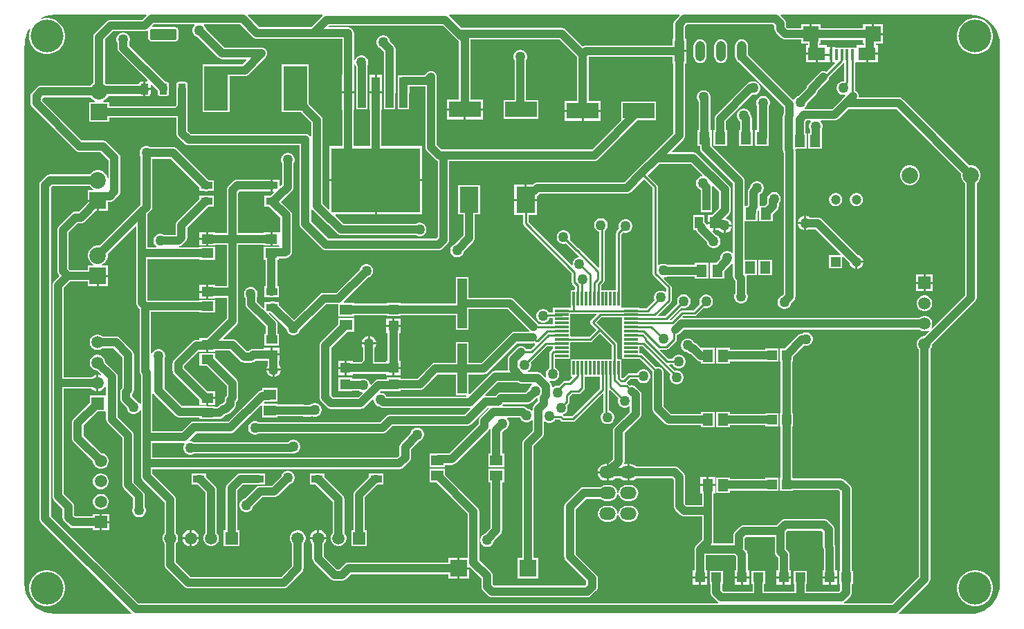
<source format=gtl>
G04*
G04 #@! TF.GenerationSoftware,Altium Limited,Altium Designer,22.1.2 (22)*
G04*
G04 Layer_Physical_Order=1*
G04 Layer_Color=255*
%FSLAX25Y25*%
%MOIN*%
G70*
G04*
G04 #@! TF.SameCoordinates,3CC87442-B0F0-4D04-9EAA-D9769B1F071C*
G04*
G04*
G04 #@! TF.FilePolarity,Positive*
G04*
G01*
G75*
%ADD15C,0.01000*%
%ADD20R,0.03898X0.14921*%
%ADD21R,0.05000X0.05000*%
%ADD22R,0.06693X0.01181*%
%ADD23R,0.01181X0.06693*%
%ADD24R,0.05433X0.03622*%
%ADD25R,0.05787X0.04567*%
%ADD26R,0.11417X0.21260*%
%ADD27R,0.15197X0.07559*%
%ADD28R,0.08858X0.12520*%
G04:AMPARAMS|DCode=29|XSize=36.61mil|YSize=51.58mil|CornerRadius=2.75mil|HoleSize=0mil|Usage=FLASHONLY|Rotation=0.000|XOffset=0mil|YOffset=0mil|HoleType=Round|Shape=RoundedRectangle|*
%AMROUNDEDRECTD29*
21,1,0.03661,0.04608,0,0,0.0*
21,1,0.03112,0.05158,0,0,0.0*
1,1,0.00549,0.01556,-0.02304*
1,1,0.00549,-0.01556,-0.02304*
1,1,0.00549,-0.01556,0.02304*
1,1,0.00549,0.01556,0.02304*
%
%ADD29ROUNDEDRECTD29*%
G04:AMPARAMS|DCode=30|XSize=127.56mil|YSize=51.58mil|CornerRadius=3.87mil|HoleSize=0mil|Usage=FLASHONLY|Rotation=0.000|XOffset=0mil|YOffset=0mil|HoleType=Round|Shape=RoundedRectangle|*
%AMROUNDEDRECTD30*
21,1,0.12756,0.04384,0,0,0.0*
21,1,0.11982,0.05158,0,0,0.0*
1,1,0.00774,0.05991,-0.02192*
1,1,0.00774,-0.05991,-0.02192*
1,1,0.00774,-0.05991,0.02192*
1,1,0.00774,0.05991,0.02192*
%
%ADD30ROUNDEDRECTD30*%
%ADD31R,0.05709X0.04331*%
%ADD32R,0.05906X0.05118*%
%ADD33R,0.05000X0.05000*%
%ADD34R,0.04724X0.24000*%
%ADD35R,0.04724X0.04724*%
%ADD36R,0.05118X0.05906*%
%ADD37R,0.07874X0.07874*%
%ADD38R,0.08465X0.08465*%
%ADD39R,0.07480X0.07480*%
%ADD40R,0.08268X0.06299*%
%ADD41R,0.01575X0.05315*%
%ADD42R,0.03937X0.05512*%
%ADD80R,0.42677X0.31024*%
%ADD81C,0.03937*%
%ADD82R,0.04724X0.04724*%
%ADD83C,0.04724*%
%ADD84R,0.07972X0.07972*%
%ADD85C,0.07972*%
%ADD86O,0.04724X0.09843*%
%ADD87R,0.04724X0.09843*%
%ADD88O,0.07874X0.05906*%
%ADD89C,0.05937*%
%ADD90R,0.05937X0.05937*%
%ADD91R,0.05937X0.05937*%
%ADD92C,0.07874*%
%ADD93C,0.15748*%
%ADD94C,0.05000*%
G36*
X291816Y409432D02*
X291825Y409319D01*
X286250Y403744D01*
X261338D01*
X255725Y409357D01*
X255917Y409819D01*
X291647D01*
X291816Y409432D01*
D02*
G37*
G36*
X463753Y409357D02*
X461696Y407300D01*
X461254Y406725D01*
X460977Y406054D01*
X460882Y405335D01*
Y398146D01*
X460299D01*
Y395004D01*
X418669D01*
X417950Y394909D01*
X417279Y394632D01*
X417164Y394543D01*
X409052Y402655D01*
X408476Y403096D01*
X407806Y403374D01*
X407087Y403469D01*
X358699D01*
X352848Y409319D01*
X352857Y409432D01*
X353026Y409819D01*
X463562D01*
X463753Y409357D01*
D02*
G37*
G36*
X509523Y404416D02*
Y402897D01*
X509618Y402177D01*
X509896Y401507D01*
X510338Y400931D01*
X512644Y398625D01*
X513220Y398183D01*
X513890Y397906D01*
X514609Y397811D01*
X522228D01*
Y395752D01*
X525567D01*
Y395094D01*
X524590D01*
Y391445D01*
X529724D01*
Y390945D01*
X530224D01*
Y386795D01*
X534858D01*
Y386795D01*
X535024D01*
Y386795D01*
X536311D01*
Y390453D01*
Y394110D01*
X535024D01*
X534858Y394542D01*
Y395094D01*
X531126D01*
Y395752D01*
X531709D01*
Y397712D01*
X552150D01*
Y395752D01*
X552732D01*
Y395094D01*
X549000D01*
Y394192D01*
X548622Y393898D01*
X538598D01*
Y394110D01*
X537311D01*
Y390453D01*
Y386795D01*
X538415D01*
X538638Y386312D01*
X534488Y382161D01*
X533889Y382409D01*
X533169Y382504D01*
X532450Y382409D01*
X531779Y382132D01*
X531204Y381690D01*
X525807Y376293D01*
X525365Y375717D01*
X525087Y375047D01*
X525042Y374699D01*
X520887Y370545D01*
X520732Y370504D01*
X519983Y370071D01*
X519371Y369459D01*
X519054Y368911D01*
X518541Y368791D01*
X518447Y368811D01*
X496838Y390420D01*
Y394783D01*
X496730Y395606D01*
X496413Y396372D01*
X495908Y397030D01*
X495250Y397535D01*
X494484Y397852D01*
X493661Y397960D01*
X492839Y397852D01*
X492073Y397535D01*
X491415Y397030D01*
X490910Y396372D01*
X490593Y395606D01*
X490485Y394783D01*
Y389665D01*
X490593Y388843D01*
X490910Y388077D01*
X491415Y387419D01*
X492073Y386914D01*
X492770Y386625D01*
X514051Y365345D01*
Y362250D01*
X513833Y361966D01*
X513555Y361295D01*
X513460Y360576D01*
Y344724D01*
X513555Y344005D01*
X513833Y343335D01*
X514051Y343050D01*
Y275150D01*
X513170Y274270D01*
X513003Y274225D01*
X512253Y273792D01*
X511641Y273180D01*
X511208Y272430D01*
X510984Y271594D01*
Y270729D01*
X511208Y269893D01*
X511641Y269143D01*
X512253Y268531D01*
X513003Y268098D01*
X513839Y267874D01*
X514704D01*
X515541Y268098D01*
X516290Y268531D01*
X516902Y269143D01*
X517335Y269893D01*
X517559Y270729D01*
Y270796D01*
X518796Y272034D01*
X519238Y272609D01*
X519516Y273280D01*
X519610Y273999D01*
Y344133D01*
X519552Y344578D01*
X519919Y345078D01*
X524901D01*
Y352559D01*
X524334D01*
Y358058D01*
X525012Y358736D01*
X526805D01*
X527012Y358236D01*
X526798Y358022D01*
X526366Y357273D01*
X526142Y356437D01*
Y355571D01*
X526366Y354735D01*
X526748Y354073D01*
Y352559D01*
X525689D01*
Y345078D01*
X532382D01*
Y352559D01*
X532307D01*
Y354414D01*
X532492Y354735D01*
X532717Y355571D01*
Y356437D01*
X532492Y357273D01*
X532060Y358022D01*
X531846Y358236D01*
X532053Y358736D01*
X538386D01*
X539105Y358831D01*
X539776Y359108D01*
X540351Y359550D01*
X545098Y364297D01*
X568288D01*
X599446Y333139D01*
X599409Y333004D01*
Y331760D01*
X599731Y330558D01*
X600353Y329481D01*
X601233Y328601D01*
X601354Y328532D01*
Y274478D01*
X585344Y258468D01*
X584943Y258774D01*
X585291Y259377D01*
X585547Y260332D01*
Y261321D01*
X585291Y262277D01*
X584797Y263133D01*
X584097Y263832D01*
X583241Y264327D01*
X582286Y264583D01*
X581297D01*
X580342Y264327D01*
X579485Y263832D01*
X579259Y263606D01*
X465350D01*
X465159Y264068D01*
X465704Y264614D01*
X471005D01*
X471507Y264714D01*
X471933Y264998D01*
X475355Y268420D01*
X476142Y268209D01*
X477008D01*
X477844Y268433D01*
X478593Y268865D01*
X479205Y269478D01*
X479638Y270227D01*
X479862Y271063D01*
Y271929D01*
X479638Y272765D01*
X479205Y273515D01*
X478593Y274127D01*
X477844Y274559D01*
X477008Y274783D01*
X476142D01*
X475306Y274559D01*
X474556Y274127D01*
X473944Y273515D01*
X473511Y272765D01*
X473287Y271929D01*
Y271063D01*
X473498Y270276D01*
X470461Y267239D01*
X465160D01*
X464658Y267139D01*
X464232Y266855D01*
X459812Y262435D01*
X459137D01*
X458946Y262897D01*
X464626Y268577D01*
X465414Y268366D01*
X466279D01*
X467115Y268590D01*
X467865Y269023D01*
X468477Y269635D01*
X468910Y270385D01*
X469134Y271221D01*
Y272086D01*
X468910Y272922D01*
X468477Y273672D01*
X467865Y274284D01*
X467115Y274717D01*
X466279Y274941D01*
X465414D01*
X464578Y274717D01*
X463828Y274284D01*
X463216Y273672D01*
X462783Y272922D01*
X462559Y272086D01*
Y271221D01*
X462770Y270433D01*
X456740Y264403D01*
X453667D01*
X453475Y264865D01*
X459538Y270928D01*
X459823Y271354D01*
X459923Y271856D01*
Y278415D01*
X459823Y278918D01*
X459538Y279344D01*
X456208Y282674D01*
X456284Y282856D01*
X456446Y283143D01*
X457233Y283354D01*
X457640Y283589D01*
X471063D01*
Y282579D01*
X477756D01*
Y290059D01*
X471063D01*
Y289148D01*
X457810D01*
X457233Y289481D01*
X456397Y289705D01*
X455532D01*
X454696Y289481D01*
X453990Y289073D01*
X453672Y289161D01*
X453490Y289237D01*
Y326760D01*
X453390Y327262D01*
X453105Y327688D01*
X448415Y332378D01*
X453907Y337870D01*
X469223D01*
X474682Y332411D01*
X474600Y332213D01*
X474445Y331940D01*
X473656Y331729D01*
X472907Y331296D01*
X472295Y330684D01*
X471862Y329934D01*
X471638Y329098D01*
Y328233D01*
X471862Y327396D01*
X472295Y326647D01*
X472907Y326035D01*
X473656Y325602D01*
X473811Y325560D01*
X473992Y325380D01*
Y318209D01*
X474016Y318028D01*
Y314665D01*
X479528D01*
Y318028D01*
X479551Y318209D01*
Y326531D01*
X479505Y326880D01*
X479979Y327114D01*
X482850Y324242D01*
Y316604D01*
X479549Y313303D01*
X477543D01*
Y310047D01*
X480512D01*
Y309547D01*
X481012D01*
Y305791D01*
X482861D01*
X483382Y305270D01*
X484181Y304809D01*
X485032Y304581D01*
Y308071D01*
X485532D01*
Y308571D01*
X489021D01*
X488793Y309422D01*
X488332Y310220D01*
X487681Y310872D01*
X486882Y311332D01*
X486303Y311488D01*
X486154Y312045D01*
X487595Y313487D01*
X488037Y314063D01*
X488315Y314733D01*
X488410Y315453D01*
Y325394D01*
X488315Y326113D01*
X488037Y326783D01*
X487595Y327359D01*
X472339Y342615D01*
X471764Y343057D01*
X471094Y343335D01*
X470374Y343429D01*
X460120D01*
X459929Y343891D01*
X465627Y349590D01*
X466069Y350165D01*
X466346Y350836D01*
X466441Y351555D01*
Y386303D01*
X467024D01*
Y391724D01*
X463661D01*
Y392724D01*
X467024D01*
Y398146D01*
X466441D01*
Y404183D01*
X467352Y405094D01*
X508846D01*
X509523Y404416D01*
D02*
G37*
G36*
X162795Y409819D02*
X206711D01*
X206903Y409357D01*
X204853Y407307D01*
X189665D01*
X188946Y407212D01*
X188276Y406935D01*
X187700Y406493D01*
X182188Y400981D01*
X181746Y400406D01*
X181469Y399735D01*
X181374Y399016D01*
Y376889D01*
X181092Y376726D01*
X180164Y375798D01*
X180001Y375516D01*
X156201D01*
X155481Y375421D01*
X154811Y375144D01*
X154235Y374702D01*
X151929Y372395D01*
X151487Y371820D01*
X151210Y371149D01*
X151115Y370430D01*
Y367168D01*
X151210Y366449D01*
X151487Y365779D01*
X151929Y365203D01*
X172739Y344393D01*
X173315Y343951D01*
X173985Y343673D01*
X174705Y343579D01*
X184872D01*
X188756Y339695D01*
Y330939D01*
X188256Y330874D01*
X187993Y331854D01*
X187365Y332942D01*
X186476Y333831D01*
X185387Y334459D01*
X184173Y334785D01*
X182916D01*
X181702Y334459D01*
X180614Y333831D01*
X179725Y332942D01*
X179638Y332791D01*
X160476D01*
X159756Y332696D01*
X159086Y332418D01*
X158510Y331977D01*
X156204Y329671D01*
X155762Y329095D01*
X155484Y328424D01*
X155390Y327705D01*
Y166885D01*
X155484Y166165D01*
X155762Y165495D01*
X156204Y164919D01*
X199832Y121291D01*
X199662Y120816D01*
X199641Y120791D01*
X163168D01*
X163158Y120798D01*
X162697Y120889D01*
Y120889D01*
X162679Y120873D01*
X160419Y121051D01*
X158197Y121584D01*
X156086Y122458D01*
X154138Y123652D01*
X152400Y125136D01*
X150916Y126874D01*
X149722Y128822D01*
X148848Y130933D01*
X148314Y133155D01*
X148140Y135368D01*
X148153Y135433D01*
Y394805D01*
X148160Y394815D01*
X148251Y395276D01*
X148251D01*
X148235Y395294D01*
X148413Y397554D01*
X148946Y399775D01*
X149821Y401887D01*
X150579Y403125D01*
X151026Y402897D01*
X150628Y401936D01*
X150295Y400262D01*
Y398556D01*
X150628Y396883D01*
X151281Y395307D01*
X152229Y393888D01*
X153435Y392682D01*
X154854Y391734D01*
X156430Y391081D01*
X158104Y390748D01*
X159810D01*
X161483Y391081D01*
X163059Y391734D01*
X164478Y392682D01*
X165684Y393888D01*
X166632Y395307D01*
X167285Y396883D01*
X167618Y398556D01*
Y400262D01*
X167285Y401936D01*
X166632Y403512D01*
X165684Y404931D01*
X164478Y406137D01*
X163059Y407085D01*
X161483Y407738D01*
X159810Y408071D01*
X158104D01*
X156430Y407738D01*
X156410Y407730D01*
X156122Y408151D01*
X156239Y408273D01*
X158295Y409125D01*
X160517Y409658D01*
X162730Y409832D01*
X162795Y409819D01*
D02*
G37*
G36*
X605920Y409658D02*
X608142Y409125D01*
X610253Y408250D01*
X612201Y407056D01*
X613939Y405572D01*
X615422Y403835D01*
X616616Y401887D01*
X617491Y399775D01*
X618024Y397554D01*
X618198Y395340D01*
X618186Y395276D01*
Y135335D01*
X618198Y135270D01*
X618024Y133057D01*
X617491Y130835D01*
X616616Y128724D01*
X615422Y126775D01*
X613939Y125038D01*
X612201Y123554D01*
X610253Y122360D01*
X608142Y121485D01*
X605920Y120952D01*
X603707Y120778D01*
X603642Y120791D01*
X569606D01*
X569585Y120816D01*
X569415Y121291D01*
X583757Y135633D01*
X584199Y136209D01*
X584476Y136879D01*
X584571Y137598D01*
Y248452D01*
X584797Y248678D01*
X585291Y249535D01*
X585547Y250490D01*
Y250809D01*
X606099Y271361D01*
X606541Y271937D01*
X606819Y272607D01*
X606914Y273327D01*
Y328532D01*
X607035Y328601D01*
X607914Y329481D01*
X608536Y330558D01*
X608858Y331760D01*
Y333004D01*
X608536Y334206D01*
X607914Y335283D01*
X607035Y336162D01*
X605957Y336784D01*
X604756Y337106D01*
X603512D01*
X603377Y337070D01*
X571405Y369042D01*
X570829Y369484D01*
X570158Y369762D01*
X569439Y369856D01*
X550420D01*
X550091Y370232D01*
X550122Y370472D01*
X550028Y371192D01*
X549750Y371862D01*
X549308Y372438D01*
X548732Y372880D01*
X548360Y373034D01*
Y386594D01*
X548548Y386699D01*
X549000Y386795D01*
X549000Y386795D01*
X549000Y386795D01*
X553634D01*
Y390945D01*
X554134D01*
Y391445D01*
X559268D01*
Y395094D01*
X558291D01*
Y395752D01*
X561630D01*
Y399992D01*
X556890D01*
Y400492D01*
X556390D01*
Y405232D01*
X552150D01*
Y403272D01*
X531709D01*
Y405232D01*
X527468D01*
Y400492D01*
X526469D01*
Y405232D01*
X522228D01*
Y403370D01*
X515761D01*
X515083Y404048D01*
Y405568D01*
X514988Y406287D01*
X514710Y406958D01*
X514269Y407533D01*
X512444Y409357D01*
X512636Y409819D01*
X603642D01*
X603707Y409832D01*
X605920Y409658D01*
D02*
G37*
G36*
X543176Y386537D02*
Y377807D01*
X543065Y377697D01*
X542284D01*
X541448Y377473D01*
X540698Y377040D01*
X540086Y376428D01*
X539653Y375678D01*
X539429Y374842D01*
Y373977D01*
X539653Y373141D01*
X540086Y372391D01*
X540698Y371779D01*
X541448Y371346D01*
X542284Y371122D01*
X543149D01*
X543429Y371197D01*
X543688Y370749D01*
X541981Y369042D01*
X537234Y364295D01*
X524129D01*
X523995Y364795D01*
X524020Y364810D01*
X524632Y365422D01*
X525065Y366171D01*
X525288Y367007D01*
Y367084D01*
X529738Y371533D01*
X530180Y372109D01*
X530457Y372780D01*
X530503Y373127D01*
X535135Y377759D01*
X535577Y378335D01*
X535854Y379005D01*
X535949Y379724D01*
X535927Y379888D01*
X542570Y386531D01*
X542676Y386689D01*
X543176Y386537D01*
D02*
G37*
G36*
X258222Y398999D02*
X258797Y398557D01*
X259468Y398280D01*
X260187Y398185D01*
X301354D01*
Y380803D01*
X301087D01*
Y372843D01*
X304035D01*
X306984D01*
Y380803D01*
X306913D01*
Y385778D01*
X307414Y385844D01*
X307468Y385641D01*
X307901Y384891D01*
X307929Y384863D01*
Y372362D01*
X307992Y371883D01*
Y364094D01*
X313465D01*
Y372012D01*
X313508Y372342D01*
X313488Y372492D01*
Y385456D01*
X313595Y385641D01*
X313819Y386477D01*
Y387342D01*
X313595Y388178D01*
X313162Y388928D01*
X312550Y389540D01*
X311800Y389973D01*
X310964Y390197D01*
X310099D01*
X309263Y389973D01*
X308513Y389540D01*
X307901Y388928D01*
X307468Y388178D01*
X307414Y387975D01*
X306913Y388040D01*
Y400945D01*
X306819Y401664D01*
X306541Y402335D01*
X306099Y402910D01*
X306080Y402930D01*
X305504Y403372D01*
X304834Y403650D01*
X304114Y403744D01*
X294766D01*
X294574Y404206D01*
X294970Y404602D01*
X349703D01*
X355582Y398724D01*
X357539Y396766D01*
Y368854D01*
X351720D01*
Y364575D01*
X360319D01*
X368917D01*
Y368854D01*
X363099D01*
Y397909D01*
X405935D01*
X414331Y389514D01*
Y368165D01*
X408512D01*
Y363886D01*
X417110D01*
X425709D01*
Y368165D01*
X419890D01*
Y389445D01*
X460299D01*
Y386303D01*
X460882D01*
Y352707D01*
X450790Y342615D01*
X443556Y335381D01*
X437136Y328961D01*
X395295D01*
X394576Y328866D01*
X393905Y328588D01*
X393330Y328147D01*
X392915Y327732D01*
X390087D01*
Y320972D01*
X395016D01*
Y322252D01*
X395268Y322357D01*
X395844Y322798D01*
X396447Y323401D01*
X438287D01*
X439007Y323496D01*
X439677Y323774D01*
X440253Y324216D01*
X446559Y330522D01*
X450865Y326216D01*
Y284848D01*
X450964Y284346D01*
X451249Y283920D01*
X457298Y277872D01*
Y276245D01*
X457116Y276169D01*
X456798Y276081D01*
X456092Y276489D01*
X455256Y276713D01*
X454390D01*
X453554Y276489D01*
X452804Y276056D01*
X452192Y275444D01*
X451759Y274694D01*
X451535Y273858D01*
Y272992D01*
X451746Y272205D01*
X447882Y268340D01*
X444441D01*
Y268406D01*
X436183D01*
X436002Y268581D01*
X435827Y268762D01*
Y277020D01*
X435761D01*
Y303984D01*
X436575Y304798D01*
X437362Y304587D01*
X438228D01*
X439064Y304811D01*
X439814Y305243D01*
X440426Y305855D01*
X440859Y306605D01*
X441083Y307441D01*
Y308307D01*
X440859Y309143D01*
X440426Y309893D01*
X439814Y310505D01*
X439064Y310937D01*
X438228Y311161D01*
X437362D01*
X436526Y310937D01*
X435777Y310505D01*
X435165Y309893D01*
X434732Y309143D01*
X434508Y308307D01*
Y307441D01*
X434719Y306654D01*
X433521Y305456D01*
X433236Y305030D01*
X433136Y304528D01*
Y277020D01*
X425919D01*
Y279317D01*
X427198Y280595D01*
X427482Y281021D01*
X427582Y281524D01*
Y305550D01*
X427904Y305736D01*
X428516Y306348D01*
X428949Y307097D01*
X429173Y307933D01*
Y308799D01*
X428949Y309635D01*
X428516Y310385D01*
X427904Y310997D01*
X427155Y311430D01*
X426319Y311653D01*
X425453D01*
X424617Y311430D01*
X423867Y310997D01*
X423255Y310385D01*
X422823Y309635D01*
X422598Y308799D01*
Y307933D01*
X422823Y307097D01*
X423255Y306348D01*
X423867Y305736D01*
X424617Y305303D01*
X424957Y305212D01*
Y288027D01*
X424495Y287836D01*
X415258Y297073D01*
X414837Y297354D01*
X410951Y301240D01*
X411161Y302028D01*
Y302893D01*
X410937Y303730D01*
X410505Y304479D01*
X409893Y305091D01*
X409143Y305524D01*
X408307Y305748D01*
X407441D01*
X406605Y305524D01*
X405856Y305091D01*
X405243Y304479D01*
X404811Y303730D01*
X404587Y302893D01*
Y302028D01*
X404811Y301192D01*
X405243Y300442D01*
X405856Y299830D01*
X406605Y299397D01*
X407441Y299173D01*
X408307D01*
X409094Y299384D01*
X413262Y295217D01*
X413683Y294935D01*
X415307Y293311D01*
X415232Y293129D01*
X415070Y292841D01*
X414282Y292630D01*
X413533Y292197D01*
X412921Y291585D01*
X412488Y290836D01*
X412264Y290000D01*
Y289134D01*
X412269Y289113D01*
X411821Y288854D01*
X390899Y309776D01*
Y313213D01*
X395016D01*
Y319972D01*
X389587D01*
X384157D01*
Y313213D01*
X388274D01*
Y309232D01*
X388374Y308730D01*
X388658Y308304D01*
X411829Y285134D01*
Y280813D01*
X411929Y280311D01*
X412214Y279885D01*
X413451Y278647D01*
Y277232D01*
X413173D01*
Y277020D01*
X411417D01*
Y268762D01*
X411242Y268581D01*
X411061Y268406D01*
X402803D01*
Y266281D01*
X400905D01*
X400688Y266658D01*
X400075Y267270D01*
X399326Y267703D01*
X398490Y267927D01*
X397624D01*
X396788Y267703D01*
X396039Y267270D01*
X395427Y266658D01*
X394994Y265909D01*
X394770Y265073D01*
Y264207D01*
X394994Y263371D01*
X395427Y262621D01*
X396039Y262009D01*
X396788Y261576D01*
X397624Y261352D01*
X398490D01*
X399326Y261576D01*
X400075Y262009D01*
X400688Y262621D01*
X401120Y263371D01*
X401197Y263656D01*
X402803D01*
Y260466D01*
X395828D01*
X395714Y260740D01*
X395273Y261316D01*
X384052Y272536D01*
X383476Y272978D01*
X382806Y273256D01*
X382087Y273351D01*
X362205D01*
Y283358D01*
X355906D01*
Y270458D01*
X329271D01*
Y270965D01*
X322696D01*
Y270428D01*
X306890D01*
Y270965D01*
X302178D01*
X301970Y271465D01*
X313615Y283109D01*
X314163Y283256D01*
X314912Y283688D01*
X315524Y284300D01*
X315957Y285050D01*
X316181Y285886D01*
Y286752D01*
X315957Y287588D01*
X315524Y288337D01*
X314912Y288949D01*
X314163Y289382D01*
X313327Y289606D01*
X312461D01*
X311625Y289382D01*
X310875Y288949D01*
X310263Y288337D01*
X309830Y287588D01*
X309683Y287040D01*
X298357Y275713D01*
X292224D01*
X291505Y275618D01*
X290835Y275340D01*
X290259Y274899D01*
X277976Y262615D01*
X270875Y269716D01*
Y271297D01*
X268890D01*
X268681Y271384D01*
X267961Y271478D01*
X267371D01*
X266651Y271384D01*
X266442Y271297D01*
X263867D01*
Y268362D01*
X263405Y268170D01*
X260168Y271407D01*
Y273691D01*
X260248Y273830D01*
X260472Y274666D01*
Y275531D01*
X260248Y276367D01*
X259816Y277117D01*
X259204Y277729D01*
X258454Y278162D01*
X257618Y278386D01*
X256752D01*
X255916Y278162D01*
X255167Y277729D01*
X254555Y277117D01*
X254122Y276367D01*
X253898Y275531D01*
Y274666D01*
X254122Y273830D01*
X254555Y273080D01*
X254609Y273026D01*
Y270256D01*
X254703Y269536D01*
X254981Y268866D01*
X255423Y268290D01*
X262594Y261120D01*
X262650Y261077D01*
X264453Y259273D01*
Y256044D01*
X263591D01*
Y250139D01*
X270875D01*
Y256044D01*
X270013D01*
Y260424D01*
X269918Y261144D01*
X269640Y261814D01*
X269198Y262390D01*
X266538Y265051D01*
X266481Y265094D01*
X265937Y265638D01*
X266129Y266100D01*
X266442D01*
X266651Y266014D01*
X266725Y266004D01*
X274468Y258260D01*
Y258032D01*
X274693Y257196D01*
X275125Y256446D01*
X275737Y255834D01*
X276487Y255401D01*
X277323Y255177D01*
X278189D01*
X279025Y255401D01*
X279774Y255834D01*
X280386Y256446D01*
X280819Y257196D01*
X280966Y257744D01*
X293376Y270153D01*
X299410D01*
Y264272D01*
X306890D01*
Y264868D01*
X322696D01*
Y264390D01*
X329271D01*
Y264898D01*
X355906D01*
Y257784D01*
X362205D01*
Y267791D01*
X380935D01*
X391321Y257406D01*
X391316Y257322D01*
X391145Y256906D01*
X384539D01*
X383820Y256811D01*
X383150Y256533D01*
X382574Y256091D01*
X368337Y241855D01*
X362205D01*
Y251862D01*
X355906D01*
Y241855D01*
X346063D01*
X345344Y241760D01*
X344673Y241482D01*
X344097Y241040D01*
X337431Y234374D01*
X329271D01*
Y234882D01*
X322696D01*
Y233842D01*
X318771D01*
X318052Y233748D01*
X317381Y233470D01*
X316806Y233028D01*
X315097Y231320D01*
X314900Y231401D01*
X314627Y231557D01*
X314416Y232346D01*
X313983Y233095D01*
X313371Y233707D01*
X312621Y234140D01*
X311785Y234364D01*
X310919D01*
X310083Y234140D01*
X309944Y234060D01*
X306037D01*
Y234882D01*
X299462D01*
Y228307D01*
X306037D01*
Y228500D01*
X309279D01*
X309334Y228446D01*
X310083Y228013D01*
X310872Y227802D01*
X311027Y227529D01*
X311109Y227332D01*
X308998Y225221D01*
X297018D01*
X295890Y226348D01*
Y248947D01*
X303734Y256791D01*
X306890D01*
Y263484D01*
X299410D01*
Y260329D01*
X291145Y252064D01*
X290703Y251488D01*
X290425Y250818D01*
X290331Y250098D01*
Y225197D01*
X290425Y224477D01*
X290703Y223807D01*
X291145Y223231D01*
X293901Y220475D01*
X294476Y220034D01*
X295147Y219756D01*
X295866Y219661D01*
X310149D01*
X310869Y219756D01*
X311539Y220034D01*
X312115Y220475D01*
X315878Y224239D01*
X316378Y224032D01*
Y223662D01*
X316602Y222826D01*
X317035Y222076D01*
X317647Y221464D01*
X318397Y221031D01*
X319233Y220808D01*
X319358D01*
X319725Y220526D01*
X320396Y220248D01*
X321115Y220153D01*
X362661D01*
X362728Y220076D01*
X362889Y219674D01*
X360168Y216953D01*
X324311D01*
X323592Y216858D01*
X322921Y216581D01*
X322345Y216139D01*
X319518Y213311D01*
X261012D01*
X260521Y213595D01*
X259685Y213819D01*
X258819D01*
X257983Y213595D01*
X257234Y213162D01*
X256621Y212550D01*
X256189Y211800D01*
X255965Y210964D01*
Y210099D01*
X256189Y209263D01*
X256621Y208513D01*
X257234Y207901D01*
X257983Y207468D01*
X258819Y207244D01*
X259685D01*
X260521Y207468D01*
X261012Y207752D01*
X320669D01*
X321389Y207846D01*
X322059Y208124D01*
X322635Y208566D01*
X325462Y211394D01*
X361319D01*
X362038Y211488D01*
X362709Y211766D01*
X363284Y212208D01*
X371353Y220276D01*
X371605Y220239D01*
X371782Y219709D01*
X367818Y215745D01*
X367376Y215169D01*
X367098Y214499D01*
X367004Y213779D01*
Y212470D01*
X352788Y198255D01*
X347608D01*
X347427Y198231D01*
X343277D01*
Y191538D01*
X350758D01*
Y192695D01*
X353940D01*
X354659Y192790D01*
X355330Y193068D01*
X355905Y193510D01*
X371749Y209353D01*
X372191Y209929D01*
X372288Y210165D01*
X372776Y210034D01*
X372712Y209555D01*
Y198231D01*
X371752D01*
Y191538D01*
X379232D01*
Y198231D01*
X378272D01*
Y208403D01*
X379460Y209592D01*
X379615Y209633D01*
X380365Y210066D01*
X380977Y210678D01*
X381410Y211428D01*
X381634Y212264D01*
Y213130D01*
X381410Y213966D01*
X380977Y214715D01*
X380763Y214929D01*
X380971Y215429D01*
X386947D01*
X386954Y215422D01*
X386996Y215266D01*
X387428Y214517D01*
X388040Y213905D01*
X388790Y213472D01*
X389626Y213248D01*
X390492D01*
X391328Y213472D01*
X392078Y213905D01*
X392488Y214315D01*
X392988Y214108D01*
Y209044D01*
X388783Y204839D01*
X388341Y204263D01*
X388063Y203592D01*
X387968Y202873D01*
Y147835D01*
X385728D01*
Y137795D01*
X395768D01*
Y147835D01*
X393528D01*
Y201722D01*
X397733Y205927D01*
X398175Y206503D01*
X398453Y207173D01*
X398547Y207893D01*
Y213420D01*
X398745Y213502D01*
X399047Y213585D01*
X399755Y213177D01*
X400591Y212953D01*
X401456D01*
X402292Y213177D01*
X403042Y213610D01*
X403654Y214222D01*
X403814Y214498D01*
X405524D01*
X405985Y214590D01*
X406739Y213836D01*
X407165Y213551D01*
X407667Y213451D01*
X412500D01*
X413002Y213551D01*
X413428Y213836D01*
X426678Y227086D01*
X427140Y226894D01*
Y218389D01*
X426993Y218304D01*
X426381Y217692D01*
X425948Y216942D01*
X425724Y216106D01*
Y215241D01*
X425948Y214404D01*
X426381Y213655D01*
X426993Y213043D01*
X427743Y212610D01*
X428579Y212386D01*
X429445D01*
X430281Y212610D01*
X431030Y213043D01*
X431642Y213655D01*
X432075Y214404D01*
X432299Y215241D01*
Y216106D01*
X432075Y216942D01*
X431642Y217692D01*
X431030Y218304D01*
X430281Y218737D01*
X429765Y218875D01*
Y228552D01*
X430227Y228743D01*
X434227Y224744D01*
X434016Y223956D01*
Y223091D01*
X434240Y222255D01*
X434673Y221505D01*
X435285Y220893D01*
X436034Y220460D01*
X436870Y220236D01*
X437736D01*
X438572Y220460D01*
X439279Y220869D01*
X439582Y220785D01*
X439779Y220703D01*
Y218317D01*
X432483Y211021D01*
X432042Y210445D01*
X431764Y209774D01*
X431669Y209055D01*
Y195521D01*
X429673Y193526D01*
Y189094D01*
Y185108D01*
X430158D01*
X431189Y185243D01*
X432151Y185642D01*
X432977Y186275D01*
X433007Y186315D01*
X435339D01*
X435370Y186275D01*
X436196Y185642D01*
X437157Y185243D01*
X438189Y185108D01*
X438673D01*
Y189094D01*
Y193081D01*
X438189D01*
X437396Y192977D01*
X437033Y193407D01*
X437033Y193407D01*
X437134Y193651D01*
X437228Y194370D01*
Y207904D01*
X444525Y215200D01*
X444966Y215775D01*
X445244Y216446D01*
X445339Y217165D01*
Y226437D01*
X445244Y227156D01*
X444966Y227827D01*
X444525Y228402D01*
X442615Y230312D01*
X442039Y230754D01*
X441369Y231031D01*
X440650Y231126D01*
X439930Y231031D01*
X439853Y230999D01*
X439166Y231686D01*
X438740Y231971D01*
X438516Y232015D01*
X438351Y232558D01*
X439914Y234120D01*
X443320D01*
X443728Y233415D01*
X444340Y232803D01*
X445089Y232370D01*
X445926Y232146D01*
X446791D01*
X447627Y232370D01*
X448377Y232803D01*
X448989Y233415D01*
X449422Y234164D01*
X449646Y235000D01*
Y235866D01*
X449422Y236702D01*
X448989Y237452D01*
X448377Y238064D01*
X447627Y238496D01*
X446791Y238720D01*
X445926D01*
X445089Y238496D01*
X444340Y238064D01*
X443728Y237452D01*
X443320Y236746D01*
X439370D01*
X438868Y236646D01*
X438442Y236361D01*
X436640Y234560D01*
X436124D01*
X435802Y234882D01*
X435827Y235382D01*
X435827D01*
Y243640D01*
X436002Y243820D01*
X436183Y243996D01*
X444441D01*
X444863Y243808D01*
X450694Y237978D01*
X450662Y237900D01*
X450567Y237181D01*
Y219882D01*
X450662Y219162D01*
X450939Y218492D01*
X451381Y217916D01*
X456696Y212601D01*
X457272Y212159D01*
X457942Y211882D01*
X458662Y211787D01*
X474015D01*
Y210826D01*
X480708D01*
Y218307D01*
X474015D01*
Y217346D01*
X459813D01*
X456126Y221033D01*
Y237181D01*
X456031Y237900D01*
X455754Y238571D01*
X455312Y239147D01*
X454736Y239588D01*
X454066Y239866D01*
X453346Y239961D01*
X452627Y239866D01*
X452550Y239834D01*
X446082Y246302D01*
X445656Y246587D01*
X445154Y246687D01*
X444441D01*
Y249967D01*
X445913D01*
X459433Y236447D01*
X459240Y236111D01*
X459016Y235275D01*
Y234410D01*
X459240Y233574D01*
X459673Y232824D01*
X460285Y232212D01*
X461034Y231779D01*
X461870Y231555D01*
X462736D01*
X463572Y231779D01*
X464322Y232212D01*
X464934Y232824D01*
X465367Y233574D01*
X465590Y234410D01*
Y235275D01*
X465367Y236111D01*
X464934Y236861D01*
X464322Y237473D01*
X463572Y237906D01*
X462736Y238130D01*
X461870D01*
X461549Y238044D01*
X458847Y240745D01*
X459039Y241207D01*
X460348D01*
X460755Y240501D01*
X461367Y239889D01*
X462117Y239456D01*
X462953Y239232D01*
X463819D01*
X464655Y239456D01*
X465404Y239889D01*
X466016Y240501D01*
X466449Y241251D01*
X466673Y242087D01*
Y242952D01*
X466449Y243789D01*
X466016Y244538D01*
X465404Y245150D01*
X464655Y245583D01*
X463819Y245807D01*
X462953D01*
X462117Y245583D01*
X461367Y245150D01*
X460755Y244538D01*
X460348Y243832D01*
X458288D01*
X454323Y247798D01*
X454530Y248298D01*
X457474D01*
X457977Y248397D01*
X458402Y248682D01*
X461952Y252231D01*
X462236Y252657D01*
X462336Y253160D01*
Y255262D01*
X462531Y255288D01*
X463201Y255565D01*
X463777Y256007D01*
X465817Y258047D01*
X579259D01*
X579485Y257821D01*
X580342Y257327D01*
X581297Y257071D01*
X582286D01*
X583241Y257327D01*
X583844Y257675D01*
X584151Y257275D01*
X581616Y254740D01*
X581297D01*
X580342Y254484D01*
X579485Y253990D01*
X578786Y253290D01*
X578291Y252434D01*
X578035Y251479D01*
Y250490D01*
X578291Y249535D01*
X578786Y248678D01*
X579012Y248452D01*
Y138750D01*
X566172Y125910D01*
X543083D01*
X542983Y126410D01*
X543036Y126431D01*
X543612Y126873D01*
X545918Y129179D01*
X546360Y129755D01*
X546637Y130425D01*
X546732Y131145D01*
Y135111D01*
X547240D01*
Y141685D01*
X546732D01*
Y180863D01*
X546637Y181582D01*
X546360Y182253D01*
X545918Y182829D01*
X543508Y185238D01*
X542933Y185680D01*
X542262Y185957D01*
X541543Y186052D01*
X518374D01*
Y186422D01*
X518004D01*
Y211303D01*
X518374D01*
Y217602D01*
X518004D01*
Y242482D01*
X518374D01*
Y244850D01*
X523707Y250184D01*
X524173Y250059D01*
X525039D01*
X525875Y250283D01*
X526625Y250716D01*
X527237Y251328D01*
X527670Y252078D01*
X527894Y252914D01*
Y253779D01*
X527670Y254615D01*
X527237Y255365D01*
X526625Y255977D01*
X525875Y256410D01*
X525039Y256634D01*
X524173D01*
X523337Y256410D01*
X522588Y255977D01*
X522503Y255892D01*
X522016Y255828D01*
X521346Y255550D01*
X520770Y255109D01*
X514443Y248781D01*
X512075D01*
Y242482D01*
X512445D01*
Y217602D01*
X512075D01*
Y211303D01*
X512445D01*
Y186422D01*
X512075D01*
Y180123D01*
X518374D01*
Y180493D01*
X540392D01*
X541173Y179712D01*
Y141685D01*
X540665D01*
Y135111D01*
X541173D01*
Y132296D01*
X540495Y131618D01*
X524684D01*
Y135111D01*
X525191D01*
Y141685D01*
X518617D01*
Y135111D01*
X519124D01*
Y131618D01*
X504505D01*
Y135111D01*
X505013D01*
Y141685D01*
X498439D01*
Y135111D01*
X498946D01*
Y131618D01*
X485005D01*
X484327Y132296D01*
Y135111D01*
X484835D01*
Y141685D01*
X478260D01*
Y135111D01*
X478768D01*
Y131145D01*
X478863Y130425D01*
X479140Y129755D01*
X479582Y129179D01*
X481888Y126873D01*
X482464Y126431D01*
X482516Y126410D01*
X482417Y125910D01*
X203076D01*
X160949Y168036D01*
Y326554D01*
X161627Y327232D01*
X179638D01*
X179725Y327080D01*
X180614Y326191D01*
X181543Y325655D01*
X181409Y325155D01*
X178559D01*
Y320669D01*
X183545D01*
Y320169D01*
X184045D01*
Y315182D01*
X188531D01*
Y319407D01*
X189229D01*
X189949Y319501D01*
X190619Y319779D01*
X191195Y320221D01*
X193501Y322527D01*
X193943Y323103D01*
X194220Y323773D01*
X194315Y324493D01*
Y340846D01*
X194220Y341566D01*
X193943Y342236D01*
X193501Y342812D01*
X187989Y348324D01*
X187414Y348765D01*
X186743Y349043D01*
X186024Y349138D01*
X175856D01*
X156674Y368320D01*
Y369279D01*
X157352Y369956D01*
X180001D01*
X180164Y369675D01*
X181092Y368746D01*
X182095Y368167D01*
X181961Y367667D01*
X179380D01*
Y358120D01*
X188927D01*
Y360114D01*
X221295D01*
Y352697D01*
X221390Y351977D01*
X221668Y351307D01*
X222109Y350731D01*
X225298Y347542D01*
X225874Y347101D01*
X226544Y346823D01*
X227264Y346728D01*
X280741D01*
Y308901D01*
X280836Y308181D01*
X281113Y307511D01*
X281555Y306935D01*
X291440Y297050D01*
X292016Y296608D01*
X292686Y296331D01*
X293406Y296236D01*
X347694D01*
X348413Y296331D01*
X349084Y296608D01*
X349659Y297050D01*
X351965Y299357D01*
X352407Y299932D01*
X352685Y300603D01*
X352780Y301322D01*
Y339248D01*
X422752D01*
X423471Y339343D01*
X424142Y339620D01*
X424718Y340062D01*
X443474Y358819D01*
X452496D01*
Y367953D01*
X435724D01*
Y358931D01*
X421601Y344807D01*
X349183D01*
X346874Y347116D01*
Y379823D01*
X346779Y380542D01*
X346502Y381213D01*
X346060Y381788D01*
X345484Y382230D01*
X344814Y382508D01*
X344094Y382603D01*
X343375Y382508D01*
X342705Y382230D01*
X342129Y381788D01*
X340955Y380614D01*
X330827D01*
X330646Y380591D01*
X328071D01*
Y378145D01*
X328027Y377815D01*
Y372342D01*
X328071Y372012D01*
Y364094D01*
X333543D01*
Y372012D01*
X333587Y372342D01*
Y375055D01*
X341315D01*
Y345965D01*
X341409Y345245D01*
X341687Y344575D01*
X342129Y343999D01*
X346066Y340062D01*
X346642Y339620D01*
X347220Y339381D01*
Y302473D01*
X346542Y301795D01*
X294557D01*
X286300Y310052D01*
Y315871D01*
X286800Y316041D01*
X287060Y315702D01*
X293704Y309058D01*
X294280Y308616D01*
X294723Y308433D01*
X298920Y304235D01*
X299496Y303794D01*
X300166Y303516D01*
X300886Y303421D01*
X336822D01*
X337314Y303137D01*
X338150Y302913D01*
X339016D01*
X339852Y303137D01*
X340601Y303570D01*
X341213Y304182D01*
X341646Y304932D01*
X341870Y305768D01*
Y306634D01*
X341646Y307470D01*
X341213Y308219D01*
X340601Y308831D01*
X339852Y309264D01*
X339016Y309488D01*
X338150D01*
X337314Y309264D01*
X336822Y308980D01*
X302037D01*
X298028Y312989D01*
X298004Y313008D01*
X298174Y313508D01*
X316921D01*
Y329520D01*
X295083D01*
Y316195D01*
X294621Y316003D01*
X291805Y318819D01*
Y359006D01*
X291711Y359725D01*
X291433Y360396D01*
X290991Y360971D01*
X285138Y366825D01*
Y385728D01*
X272146D01*
Y362894D01*
X281207D01*
X286246Y357854D01*
Y351304D01*
X285746Y351135D01*
X285486Y351473D01*
X284910Y351915D01*
X284240Y352193D01*
X283521Y352288D01*
X228415D01*
X226854Y353848D01*
Y365200D01*
Y374035D01*
X226760Y374755D01*
X226714Y374866D01*
Y376340D01*
X226631Y376754D01*
X226397Y377105D01*
X226045Y377340D01*
X225631Y377422D01*
X222519D01*
X222104Y377340D01*
X221753Y377105D01*
X221518Y376754D01*
X221436Y376340D01*
Y374866D01*
X221390Y374755D01*
X221295Y374035D01*
Y366351D01*
X220617Y365673D01*
X188927D01*
Y367667D01*
X186346D01*
X186212Y368167D01*
X187215Y368746D01*
X188144Y369675D01*
X188704Y370645D01*
X203818D01*
X203990Y370531D01*
X204487Y370432D01*
X205543D01*
Y374035D01*
Y377639D01*
X204487D01*
X203990Y377540D01*
X203568Y377258D01*
X203287Y376837D01*
X203188Y376340D01*
Y376205D01*
X187736D01*
X187215Y376726D01*
X186933Y376889D01*
Y397864D01*
X190817Y401748D01*
X206004D01*
X206723Y401843D01*
X207394Y402120D01*
X207422Y402142D01*
X207871Y401921D01*
Y398182D01*
X207962Y397724D01*
X208221Y397336D01*
X208610Y397076D01*
X209068Y396985D01*
X221050D01*
X221508Y397076D01*
X221897Y397336D01*
X222156Y397724D01*
X222247Y398182D01*
Y402566D01*
X222156Y403024D01*
X221897Y403412D01*
X221508Y403672D01*
X221050Y403763D01*
X209824D01*
X209632Y404225D01*
X210502Y405094D01*
X229955D01*
X230162Y404594D01*
X229751Y404184D01*
X229318Y403434D01*
X229095Y402598D01*
Y401733D01*
X229318Y400897D01*
X229751Y400147D01*
X230363Y399535D01*
X231113Y399102D01*
X231661Y398955D01*
X241440Y389176D01*
X242016Y388735D01*
X242686Y388457D01*
X243406Y388362D01*
X255037D01*
X255229Y387900D01*
X253081Y385752D01*
X244193D01*
X244012Y385728D01*
X233957D01*
Y362894D01*
X246949D01*
Y380193D01*
X254232D01*
X254952Y380288D01*
X255622Y380565D01*
X256198Y381007D01*
X264367Y389176D01*
X264809Y389752D01*
X265087Y390422D01*
X265181Y391142D01*
X265087Y391861D01*
X264809Y392532D01*
X264367Y393107D01*
X263791Y393549D01*
X263121Y393827D01*
X262402Y393921D01*
X244557D01*
X235592Y402886D01*
X235445Y403434D01*
X235013Y404184D01*
X234602Y404594D01*
X234809Y405094D01*
X252126D01*
X258222Y398999D01*
D02*
G37*
G36*
X423928Y265253D02*
X421070Y262395D01*
X420785Y261969D01*
X420685Y261467D01*
X420785Y260964D01*
X421070Y260538D01*
X423636Y257972D01*
X420224Y254561D01*
X411283D01*
Y254839D01*
X411071D01*
Y257776D01*
Y261713D01*
Y265715D01*
X423737D01*
X423928Y265253D01*
D02*
G37*
G36*
X394098Y251268D02*
X394183Y250697D01*
X391945Y248458D01*
X389742D01*
X389710Y248535D01*
X389269Y249111D01*
X388693Y249553D01*
X388023Y249831D01*
X387303Y249925D01*
X386584Y249831D01*
X385913Y249553D01*
X385338Y249111D01*
X381755Y245529D01*
X381313Y244953D01*
X381035Y244282D01*
X380941Y243563D01*
Y238768D01*
X380977Y238490D01*
X380648Y238114D01*
X375098D01*
X374379Y238020D01*
X373709Y237742D01*
X373133Y237300D01*
X362667Y226834D01*
X362205Y227025D01*
Y236295D01*
X369488D01*
X370208Y236390D01*
X370878Y236667D01*
X371454Y237109D01*
X385691Y251346D01*
X393110D01*
X393830Y251441D01*
X394098Y251268D01*
D02*
G37*
G36*
X435961Y263469D02*
X436173D01*
Y259744D01*
Y255807D01*
Y251870D01*
Y247933D01*
Y244006D01*
X435997Y243825D01*
X435817Y243650D01*
X434071D01*
Y243862D01*
X433793D01*
Y250984D01*
X433693Y251487D01*
X433408Y251912D01*
X426420Y258901D01*
X426420Y258901D01*
X423854Y261467D01*
X426134Y263746D01*
X435961D01*
Y263469D01*
D02*
G37*
G36*
X431168Y250441D02*
Y243862D01*
X430890D01*
Y243650D01*
X411427D01*
X411247Y243825D01*
X411071Y244006D01*
Y247933D01*
Y251658D01*
X411283D01*
Y251935D01*
X420768D01*
X421270Y252035D01*
X421696Y252320D01*
X425492Y256116D01*
X431168Y250441D01*
D02*
G37*
G36*
X402803Y248514D02*
X402555Y248465D01*
X402129Y248180D01*
X401375Y247426D01*
X401090Y247000D01*
X400990Y246498D01*
Y239288D01*
X400540Y239028D01*
X399928Y238416D01*
X399496Y237667D01*
X399272Y236830D01*
Y235965D01*
X399486Y235164D01*
X399463Y235120D01*
X398978Y234965D01*
X397332Y236611D01*
X396756Y237053D01*
X396086Y237331D01*
X395366Y237425D01*
X390718D01*
X390631Y237527D01*
X390741Y238168D01*
X390995Y238314D01*
X391607Y238926D01*
X392040Y239676D01*
X392264Y240512D01*
Y241378D01*
X392053Y242165D01*
X399855Y249967D01*
X402803D01*
Y248514D01*
D02*
G37*
G36*
X411242Y243820D02*
X411417Y243640D01*
Y235382D01*
X411909D01*
X412101Y234920D01*
X410460Y233279D01*
X408541D01*
X408039Y233179D01*
X407613Y232894D01*
X405619Y230900D01*
X405452Y230945D01*
X404587D01*
X403751Y230721D01*
X403001Y230288D01*
X402768Y230055D01*
X402268Y230262D01*
Y230523D01*
X402173Y231243D01*
X401896Y231913D01*
X401454Y232489D01*
X401126Y232817D01*
X401281Y233302D01*
X401325Y233325D01*
X402126Y233110D01*
X402992D01*
X403828Y233334D01*
X404577Y233767D01*
X405190Y234379D01*
X405622Y235129D01*
X405846Y235965D01*
Y236830D01*
X405622Y237667D01*
X405190Y238416D01*
X404577Y239028D01*
X403828Y239461D01*
X403616Y239518D01*
Y243996D01*
X411061D01*
X411242Y243820D01*
D02*
G37*
G36*
X386453Y232238D02*
X387123Y231961D01*
X387843Y231866D01*
X392491D01*
X392578Y231765D01*
X392468Y231124D01*
X392214Y230977D01*
X391602Y230365D01*
X391169Y229615D01*
X391022Y229067D01*
X389538Y227583D01*
X377854D01*
X377135Y227488D01*
X376465Y227210D01*
X375889Y226769D01*
X375128Y226008D01*
X370410D01*
X370343Y226085D01*
X370182Y226487D01*
X376250Y232555D01*
X386040D01*
X386453Y232238D01*
D02*
G37*
G36*
X355906Y226287D02*
X360946D01*
X361214Y225787D01*
X361164Y225713D01*
X322528D01*
X322296Y226113D01*
X321684Y226726D01*
X320935Y227158D01*
X320099Y227382D01*
X319729D01*
X319522Y227882D01*
X319922Y228283D01*
X325452D01*
X325633Y228307D01*
X329271D01*
Y228815D01*
X338582D01*
X339302Y228909D01*
X339972Y229187D01*
X340548Y229629D01*
X347214Y236295D01*
X355906D01*
Y226287D01*
D02*
G37*
G36*
X395172Y225131D02*
X395547Y224778D01*
Y223395D01*
X393802Y221651D01*
X393360Y221075D01*
X393083Y220405D01*
X392988Y219685D01*
Y218963D01*
X392488Y218756D01*
X392078Y219166D01*
X391328Y219599D01*
X390492Y219823D01*
X390415D01*
X390064Y220174D01*
X389488Y220616D01*
X388818Y220894D01*
X388098Y220988D01*
X378678D01*
X378471Y221488D01*
X379006Y222024D01*
X390689D01*
X391408Y222118D01*
X392079Y222396D01*
X392654Y222838D01*
X394953Y225136D01*
X395063Y225166D01*
X395172Y225131D01*
D02*
G37*
G36*
X425262Y229382D02*
X411956Y216076D01*
X408211D01*
X407650Y216637D01*
X407799Y217195D01*
X407863Y217212D01*
X408613Y217645D01*
X409225Y218257D01*
X409658Y219007D01*
X409882Y219843D01*
Y220708D01*
X409658Y221545D01*
X409646Y221566D01*
X410303Y222224D01*
X410588Y222650D01*
X410688Y223152D01*
Y225506D01*
X411934Y226753D01*
X415073D01*
X415576Y226853D01*
X416001Y227137D01*
X417661Y228796D01*
X417945Y229222D01*
X418045Y229724D01*
Y235382D01*
X425262D01*
Y229382D01*
D02*
G37*
%LPC*%
G36*
X529224Y390445D02*
X524590D01*
Y386795D01*
X529224D01*
Y390445D01*
D02*
G37*
G36*
X483661Y397960D02*
X482839Y397852D01*
X482073Y397535D01*
X481415Y397030D01*
X480910Y396372D01*
X480593Y395606D01*
X480485Y394783D01*
Y389665D01*
X480593Y388843D01*
X480910Y388077D01*
X481415Y387419D01*
X482073Y386914D01*
X482839Y386597D01*
X483661Y386489D01*
X484484Y386597D01*
X485250Y386914D01*
X485908Y387419D01*
X486413Y388077D01*
X486730Y388843D01*
X486838Y389665D01*
Y394783D01*
X486730Y395606D01*
X486413Y396372D01*
X485908Y397030D01*
X485250Y397535D01*
X484484Y397852D01*
X483661Y397960D01*
D02*
G37*
G36*
X473661D02*
X472839Y397852D01*
X472073Y397535D01*
X471415Y397030D01*
X470910Y396372D01*
X470593Y395606D01*
X470485Y394783D01*
Y389665D01*
X470593Y388843D01*
X470910Y388077D01*
X471415Y387419D01*
X472073Y386914D01*
X472839Y386597D01*
X473661Y386489D01*
X474484Y386597D01*
X475250Y386914D01*
X475908Y387419D01*
X476413Y388077D01*
X476730Y388843D01*
X476838Y389665D01*
Y394783D01*
X476730Y395606D01*
X476413Y396372D01*
X475908Y397030D01*
X475250Y397535D01*
X474484Y397852D01*
X473661Y397960D01*
D02*
G37*
G36*
X499842Y377697D02*
X498977D01*
X498141Y377473D01*
X497507Y377107D01*
X497410Y377094D01*
X496740Y376817D01*
X496164Y376375D01*
X481391Y361602D01*
X480949Y361026D01*
X480672Y360355D01*
X480577Y359636D01*
Y354114D01*
X480010D01*
Y346633D01*
X486703D01*
Y354114D01*
X486136D01*
Y358485D01*
X498816Y371165D01*
X498977Y371122D01*
X499842D01*
X500678Y371346D01*
X501428Y371779D01*
X502040Y372391D01*
X502473Y373141D01*
X502697Y373977D01*
Y374842D01*
X502473Y375678D01*
X502040Y376428D01*
X501428Y377040D01*
X500678Y377473D01*
X499842Y377697D01*
D02*
G37*
G36*
X504370Y370610D02*
X503504D01*
X502668Y370386D01*
X501919Y369953D01*
X501306Y369341D01*
X500874Y368592D01*
X500650Y367756D01*
Y366890D01*
X500874Y366054D01*
X501157Y365563D01*
Y358974D01*
X501149Y358909D01*
Y354114D01*
X499991D01*
Y346633D01*
X506684D01*
Y350783D01*
X506708Y350964D01*
Y358852D01*
X506717Y358917D01*
Y365563D01*
X507000Y366054D01*
X507224Y366890D01*
Y367756D01*
X507000Y368592D01*
X506568Y369341D01*
X505956Y369953D01*
X505206Y370386D01*
X504370Y370610D01*
D02*
G37*
G36*
X495216Y364409D02*
X494351D01*
X493515Y364185D01*
X492765Y363753D01*
X492153Y363141D01*
X491720Y362391D01*
X491496Y361555D01*
Y360689D01*
X491720Y359853D01*
X492153Y359103D01*
X492765Y358491D01*
X493078Y358311D01*
Y354114D01*
X492511D01*
Y346633D01*
X499204D01*
Y354114D01*
X498637D01*
Y359760D01*
X498542Y360480D01*
X498265Y361150D01*
X498071Y361403D01*
Y361555D01*
X497847Y362391D01*
X497414Y363141D01*
X496802Y363753D01*
X496052Y364185D01*
X495216Y364409D01*
D02*
G37*
G36*
X575327Y337106D02*
X574083D01*
X572881Y336784D01*
X571804Y336162D01*
X570924Y335283D01*
X570302Y334206D01*
X569980Y333004D01*
Y331760D01*
X570302Y330558D01*
X570924Y329481D01*
X571804Y328601D01*
X572881Y327979D01*
X574083Y327658D01*
X575327D01*
X576528Y327979D01*
X577606Y328601D01*
X578485Y329481D01*
X579107Y330558D01*
X579429Y331760D01*
Y333004D01*
X579107Y334206D01*
X578485Y335283D01*
X577606Y336162D01*
X576528Y336784D01*
X575327Y337106D01*
D02*
G37*
G36*
X549411Y323760D02*
X548581D01*
X547780Y323545D01*
X547062Y323130D01*
X546476Y322544D01*
X546061Y321826D01*
X545847Y321025D01*
Y320196D01*
X546061Y319394D01*
X546476Y318676D01*
X547062Y318090D01*
X547780Y317675D01*
X548581Y317461D01*
X549411D01*
X550212Y317675D01*
X550930Y318090D01*
X551516Y318676D01*
X551931Y319394D01*
X552146Y320196D01*
Y321025D01*
X551931Y321826D01*
X551516Y322544D01*
X550930Y323130D01*
X550212Y323545D01*
X549411Y323760D01*
D02*
G37*
G36*
X539411D02*
X538581D01*
X537780Y323545D01*
X537062Y323130D01*
X536476Y322544D01*
X536061Y321826D01*
X535847Y321025D01*
Y320196D01*
X536061Y319394D01*
X536476Y318676D01*
X537062Y318090D01*
X537780Y317675D01*
X538581Y317461D01*
X539411D01*
X540212Y317675D01*
X540930Y318090D01*
X541516Y318676D01*
X541931Y319394D01*
X542146Y320196D01*
Y321025D01*
X541931Y321826D01*
X541516Y322544D01*
X540930Y323130D01*
X540212Y323545D01*
X539411Y323760D01*
D02*
G37*
G36*
X475827Y373366D02*
X474961D01*
X474125Y373142D01*
X473375Y372709D01*
X472763Y372097D01*
X472330Y371348D01*
X472106Y370512D01*
Y369646D01*
X472330Y368810D01*
X472763Y368060D01*
X473097Y367727D01*
Y354114D01*
X472530D01*
Y346633D01*
X473687D01*
Y345384D01*
X473782Y344664D01*
X474060Y343994D01*
X474501Y343418D01*
X489543Y328376D01*
Y295045D01*
X489044Y294838D01*
X488731Y295150D01*
X487982Y295583D01*
X487145Y295807D01*
X486280D01*
X485444Y295583D01*
X484694Y295150D01*
X484082Y294538D01*
X483649Y293789D01*
X483425Y292952D01*
Y292179D01*
X481306Y290059D01*
X478544D01*
Y282579D01*
X485237D01*
Y286128D01*
X488475Y289367D01*
X488916Y289942D01*
X489044Y289961D01*
X489543Y289529D01*
Y283701D01*
X489638Y282982D01*
X489916Y282312D01*
X490358Y281736D01*
X490626Y281468D01*
Y275579D01*
X490342Y275088D01*
X490118Y274252D01*
Y273386D01*
X490342Y272550D01*
X490775Y271800D01*
X491387Y271188D01*
X492137Y270756D01*
X492973Y270532D01*
X493838D01*
X494674Y270756D01*
X495424Y271188D01*
X496036Y271800D01*
X496469Y272550D01*
X496693Y273386D01*
Y274252D01*
X496469Y275088D01*
X496185Y275579D01*
Y282619D01*
X496091Y283338D01*
X496001Y283555D01*
X496335Y284055D01*
X500985D01*
Y291536D01*
X495103D01*
Y310138D01*
X501378D01*
Y314288D01*
X501402Y314469D01*
Y315071D01*
X501680Y315319D01*
X502166Y315138D01*
Y310138D01*
X508859D01*
Y313687D01*
X510812Y315641D01*
X511254Y316216D01*
X511531Y316887D01*
X511626Y317606D01*
Y318749D01*
X511882Y319005D01*
X512315Y319755D01*
X512539Y320591D01*
Y321456D01*
X512315Y322292D01*
X511882Y323042D01*
X511271Y323654D01*
X510521Y324087D01*
X509685Y324311D01*
X508819D01*
X507983Y324087D01*
X507233Y323654D01*
X506621Y323042D01*
X506189Y322292D01*
X505965Y321456D01*
Y320591D01*
X506067Y320210D01*
Y318758D01*
X504927Y317618D01*
X502288D01*
Y323101D01*
X502352Y323118D01*
X503101Y323551D01*
X503713Y324163D01*
X504146Y324912D01*
X504370Y325748D01*
Y326614D01*
X504146Y327450D01*
X503713Y328200D01*
X503101Y328812D01*
X502352Y329244D01*
X501515Y329468D01*
X500650D01*
X499814Y329244D01*
X499064Y328812D01*
X498452Y328200D01*
X498019Y327450D01*
X497795Y326614D01*
Y326537D01*
X497542Y326284D01*
X497101Y325709D01*
X496823Y325038D01*
X496728Y324319D01*
Y318320D01*
X496657Y318249D01*
X496215Y317673D01*
X496193Y317618D01*
X495103D01*
Y329527D01*
X495008Y330247D01*
X494730Y330917D01*
X494289Y331493D01*
X479247Y346535D01*
Y349783D01*
X479223Y349964D01*
Y354114D01*
X478656D01*
Y369308D01*
X478635Y369472D01*
X478681Y369646D01*
Y370512D01*
X478457Y371348D01*
X478024Y372097D01*
X477412Y372709D01*
X476663Y373142D01*
X475827Y373366D01*
D02*
G37*
G36*
X523811Y312840D02*
X522960Y312612D01*
X522162Y312151D01*
X521510Y311499D01*
X521049Y310701D01*
X520822Y309850D01*
X523811D01*
Y312840D01*
D02*
G37*
G36*
Y308850D02*
X520822D01*
X521049Y307999D01*
X521510Y307201D01*
X522162Y306550D01*
X522960Y306089D01*
X523811Y305861D01*
Y308850D01*
D02*
G37*
G36*
X489021Y307571D02*
X486031D01*
Y304581D01*
X486882Y304809D01*
X487681Y305270D01*
X488332Y305922D01*
X488793Y306720D01*
X489021Y307571D01*
D02*
G37*
G36*
X475787Y313090D02*
X470276D01*
Y309728D01*
X470252Y309547D01*
Y308760D01*
X470276Y308579D01*
Y306004D01*
X471751D01*
X471760Y305930D01*
X472038Y305259D01*
X472480Y304684D01*
X476929Y300235D01*
Y300158D01*
X477153Y299322D01*
X477586Y298572D01*
X478198Y297960D01*
X478948Y297527D01*
X479784Y297303D01*
X480649D01*
X481485Y297527D01*
X482235Y297960D01*
X482847Y298572D01*
X483280Y299322D01*
X483504Y300158D01*
Y301023D01*
X483280Y301859D01*
X482847Y302609D01*
X482235Y303221D01*
X481485Y303654D01*
X481330Y303696D01*
X479696Y305329D01*
X479888Y305791D01*
X480012D01*
Y309047D01*
X477543D01*
Y308375D01*
X477043Y308276D01*
X476853Y308736D01*
X476411Y309312D01*
X475787Y309935D01*
Y313090D01*
D02*
G37*
G36*
X552343Y290110D02*
X549496D01*
Y287263D01*
X550294Y287477D01*
X551060Y287920D01*
X551686Y288546D01*
X552129Y289313D01*
X552343Y290110D01*
D02*
G37*
G36*
X524811Y312840D02*
Y309350D01*
Y305861D01*
X525662Y306089D01*
X526144Y306367D01*
X529308D01*
X541454Y294222D01*
X541262Y293760D01*
X535847D01*
Y287461D01*
X542146D01*
Y292876D01*
X542608Y293068D01*
X545680Y289995D01*
X545863Y289313D01*
X546306Y288546D01*
X546932Y287920D01*
X547698Y287477D01*
X548496Y287263D01*
Y290610D01*
X548996D01*
Y291110D01*
X552343D01*
X552129Y291908D01*
X551686Y292675D01*
X551060Y293301D01*
X550294Y293743D01*
X549611Y293926D01*
X532425Y311112D01*
X531849Y311554D01*
X531179Y311832D01*
X530459Y311927D01*
X526685D01*
X526460Y312151D01*
X525662Y312612D01*
X524811Y312840D01*
D02*
G37*
G36*
X508465Y291536D02*
X501772D01*
Y284055D01*
X508465D01*
Y291536D01*
D02*
G37*
G36*
X585760Y284480D02*
X582291D01*
Y281012D01*
X585760D01*
Y284480D01*
D02*
G37*
G36*
X581291D02*
X577823D01*
Y281012D01*
X581291D01*
Y284480D01*
D02*
G37*
G36*
X585760Y280012D02*
X582291D01*
Y276543D01*
X585760D01*
Y280012D01*
D02*
G37*
G36*
X581291D02*
X577823D01*
Y276543D01*
X581291D01*
Y280012D01*
D02*
G37*
G36*
X582286Y274425D02*
X581297D01*
X580342Y274169D01*
X579485Y273675D01*
X578786Y272975D01*
X578291Y272119D01*
X578035Y271164D01*
Y270175D01*
X578291Y269220D01*
X578786Y268363D01*
X579485Y267664D01*
X580342Y267169D01*
X581297Y266913D01*
X582286D01*
X583241Y267169D01*
X584097Y267664D01*
X584797Y268363D01*
X585291Y269220D01*
X585547Y270175D01*
Y271164D01*
X585291Y272119D01*
X584797Y272975D01*
X584097Y273675D01*
X583241Y274169D01*
X582286Y274425D01*
D02*
G37*
G36*
X159810Y141929D02*
X158104D01*
X156430Y141596D01*
X154854Y140943D01*
X153435Y139996D01*
X152229Y138789D01*
X151281Y137370D01*
X150628Y135794D01*
X150295Y134121D01*
Y132415D01*
X150628Y130741D01*
X151281Y129165D01*
X152229Y127746D01*
X153435Y126540D01*
X154854Y125592D01*
X156430Y124939D01*
X158104Y124606D01*
X159810D01*
X161483Y124939D01*
X163059Y125592D01*
X164478Y126540D01*
X165684Y127746D01*
X166632Y129165D01*
X167285Y130741D01*
X167618Y132415D01*
Y134121D01*
X167285Y135794D01*
X166632Y137370D01*
X165684Y138789D01*
X164478Y139996D01*
X163059Y140943D01*
X161483Y141596D01*
X159810Y141929D01*
D02*
G37*
G36*
X561630Y405232D02*
X557390D01*
Y400992D01*
X561630D01*
Y405232D01*
D02*
G37*
G36*
X607054Y408071D02*
X605348D01*
X603674Y407738D01*
X602098Y407085D01*
X600679Y406137D01*
X599473Y404931D01*
X598525Y403512D01*
X597872Y401936D01*
X597539Y400262D01*
Y398556D01*
X597872Y396883D01*
X598525Y395307D01*
X599473Y393888D01*
X600679Y392682D01*
X602098Y391734D01*
X603674Y391081D01*
X605348Y390748D01*
X607054D01*
X608727Y391081D01*
X610303Y391734D01*
X611722Y392682D01*
X612928Y393888D01*
X613876Y395307D01*
X614529Y396883D01*
X614862Y398556D01*
Y400262D01*
X614529Y401936D01*
X613876Y403512D01*
X612928Y404931D01*
X611722Y406137D01*
X610303Y407085D01*
X608727Y407738D01*
X607054Y408071D01*
D02*
G37*
G36*
X559268Y390445D02*
X554634D01*
Y386795D01*
X559268D01*
Y390445D01*
D02*
G37*
G36*
X607054Y141929D02*
X605348D01*
X603674Y141596D01*
X602098Y140943D01*
X600679Y139996D01*
X599473Y138789D01*
X598525Y137370D01*
X597872Y135794D01*
X597539Y134121D01*
Y132415D01*
X597872Y130741D01*
X598525Y129165D01*
X599473Y127746D01*
X600679Y126540D01*
X602098Y125592D01*
X603674Y124939D01*
X605348Y124606D01*
X607054D01*
X608727Y124939D01*
X610303Y125592D01*
X611722Y126540D01*
X612928Y127746D01*
X613876Y129165D01*
X614529Y130741D01*
X614862Y132415D01*
Y134121D01*
X614529Y135794D01*
X613876Y137370D01*
X612928Y138789D01*
X611722Y139996D01*
X610303Y140943D01*
X608727Y141596D01*
X607054Y141929D01*
D02*
G37*
G36*
X320370Y380803D02*
X317921D01*
Y372843D01*
X320370D01*
Y380803D01*
D02*
G37*
G36*
X316921D02*
X314472D01*
Y372843D01*
X316921D01*
Y380803D01*
D02*
G37*
G36*
X196102Y401221D02*
X195237D01*
X194400Y400996D01*
X193651Y400564D01*
X193039Y399952D01*
X192606Y399202D01*
X192382Y398366D01*
Y397500D01*
X192606Y396664D01*
X193039Y395915D01*
X193093Y395860D01*
Y393694D01*
X193188Y392975D01*
X193465Y392304D01*
X193907Y391729D01*
X207497Y378139D01*
X207290Y377639D01*
X206543D01*
Y374535D01*
X208899D01*
Y376030D01*
X209399Y376237D01*
X212412Y373223D01*
X212420Y373205D01*
Y371731D01*
X212503Y371317D01*
X212737Y370966D01*
X213089Y370731D01*
X213503Y370649D01*
X216615D01*
X217030Y370731D01*
X217381Y370966D01*
X217616Y371317D01*
X217698Y371731D01*
Y373205D01*
X217744Y373316D01*
X217839Y374035D01*
Y374508D01*
X217744Y375227D01*
X217698Y375338D01*
Y376340D01*
X217616Y376754D01*
X217381Y377105D01*
X217030Y377340D01*
X216615Y377422D01*
X216076D01*
X198652Y394846D01*
Y396525D01*
X198733Y396664D01*
X198957Y397500D01*
Y398366D01*
X198733Y399202D01*
X198300Y399952D01*
X197688Y400564D01*
X196938Y400996D01*
X196102Y401221D01*
D02*
G37*
G36*
X208899Y373535D02*
X206543D01*
Y370432D01*
X207599D01*
X208097Y370531D01*
X208518Y370812D01*
X208800Y371234D01*
X208899Y371731D01*
Y373535D01*
D02*
G37*
G36*
X321496Y399744D02*
X320630D01*
X319794Y399520D01*
X319044Y399087D01*
X318432Y398475D01*
X318000Y397726D01*
X317776Y396889D01*
Y396024D01*
X318000Y395188D01*
X318432Y394438D01*
X319044Y393826D01*
X319794Y393393D01*
X319949Y393352D01*
X321335Y391967D01*
Y372342D01*
X321378Y372012D01*
Y364094D01*
X326850D01*
Y372012D01*
X326894Y372342D01*
Y393118D01*
X326799Y393837D01*
X326521Y394508D01*
X326080Y395083D01*
X324350Y396813D01*
Y396889D01*
X324126Y397726D01*
X323694Y398475D01*
X323081Y399087D01*
X322332Y399520D01*
X321496Y399744D01*
D02*
G37*
G36*
X387539Y392756D02*
X386673D01*
X385837Y392532D01*
X385088Y392099D01*
X384476Y391487D01*
X384043Y390737D01*
X383819Y389901D01*
Y389036D01*
X384043Y388200D01*
X384327Y387708D01*
Y368642D01*
X378933D01*
Y359508D01*
X395705D01*
Y368642D01*
X389886D01*
Y387708D01*
X390170Y388200D01*
X390394Y389036D01*
Y389901D01*
X390170Y390737D01*
X389737Y391487D01*
X389125Y392099D01*
X388375Y392532D01*
X387539Y392756D01*
D02*
G37*
G36*
X368917Y363575D02*
X360819D01*
Y359295D01*
X368917D01*
Y363575D01*
D02*
G37*
G36*
X359819D02*
X351720D01*
Y359295D01*
X359819D01*
Y363575D01*
D02*
G37*
G36*
X425709Y362886D02*
X417610D01*
Y358606D01*
X425709D01*
Y362886D01*
D02*
G37*
G36*
X416610D02*
X408512D01*
Y358606D01*
X416610D01*
Y362886D01*
D02*
G37*
G36*
X306984Y371843D02*
X304035D01*
X301087D01*
Y363882D01*
X301256D01*
Y346532D01*
X295083D01*
Y330520D01*
X317421D01*
X339760D01*
Y346532D01*
X320201D01*
Y363882D01*
X320370D01*
Y371843D01*
X317421D01*
X314472D01*
Y363882D01*
X314642D01*
Y346532D01*
X306815D01*
Y363882D01*
X306984D01*
Y371843D01*
D02*
G37*
G36*
X275433Y343051D02*
X274567D01*
X273731Y342827D01*
X272982Y342394D01*
X272369Y341782D01*
X271937Y341033D01*
X271713Y340197D01*
Y339331D01*
X271937Y338495D01*
X272220Y338003D01*
Y327776D01*
X271549Y327104D01*
X271087Y327296D01*
Y330231D01*
X267871D01*
Y327420D01*
Y324609D01*
X268086D01*
X268277Y324147D01*
X266725Y322595D01*
X266651Y322585D01*
X266442Y322499D01*
X263867D01*
Y317302D01*
X266145D01*
X271531Y311915D01*
Y305120D01*
X271087Y304984D01*
Y304984D01*
X267694D01*
Y301701D01*
Y298418D01*
X270757D01*
X271195Y297962D01*
X271181Y297867D01*
X267509D01*
X267328Y297843D01*
X263512D01*
Y291701D01*
X264414D01*
Y278817D01*
X263867D01*
Y273620D01*
X266423D01*
X266632Y273533D01*
X267351Y273439D01*
X267371D01*
X268090Y273533D01*
X268299Y273620D01*
X270875D01*
Y278817D01*
X269973D01*
Y291701D01*
X270875D01*
Y292307D01*
X273869D01*
X274589Y292402D01*
X275259Y292680D01*
X275835Y293121D01*
X276276Y293563D01*
X276718Y294139D01*
X276996Y294809D01*
X277091Y295529D01*
Y313067D01*
X276996Y313786D01*
X276718Y314457D01*
X276276Y315032D01*
X271651Y319658D01*
X272299Y320306D01*
X272607Y320434D01*
X273183Y320876D01*
X276965Y324659D01*
X277407Y325234D01*
X277685Y325905D01*
X277780Y326624D01*
Y338003D01*
X278063Y338495D01*
X278287Y339331D01*
Y340197D01*
X278063Y341033D01*
X277631Y341782D01*
X277018Y342394D01*
X276269Y342827D01*
X275433Y343051D01*
D02*
G37*
G36*
X207323Y346398D02*
X206457D01*
X205621Y346174D01*
X204871Y345741D01*
X204259Y345129D01*
X203826Y344379D01*
X203602Y343543D01*
Y342677D01*
X203826Y341841D01*
X204110Y341350D01*
Y318187D01*
X202759Y316836D01*
X184342Y298419D01*
X184173Y298464D01*
X182916D01*
X181702Y298139D01*
X180614Y297510D01*
X179725Y296622D01*
X179096Y295533D01*
X178771Y294319D01*
Y293062D01*
X179096Y291848D01*
X179725Y290759D01*
X180614Y289871D01*
X181543Y289334D01*
X181409Y288834D01*
X178559D01*
Y286628D01*
X170190D01*
X169512Y287306D01*
Y304766D01*
X174001Y309254D01*
X175410D01*
X176130Y309349D01*
X176800Y309627D01*
X177376Y310068D01*
X182490Y315182D01*
X183045D01*
Y319669D01*
X178559D01*
Y319113D01*
X174259Y314814D01*
X172849D01*
X172130Y314719D01*
X171459Y314441D01*
X170884Y314000D01*
X164767Y307883D01*
X164325Y307307D01*
X164047Y306637D01*
X163953Y305917D01*
Y286154D01*
X164047Y285435D01*
X164325Y284764D01*
X164767Y284189D01*
X165108Y283848D01*
X162405Y281145D01*
X161963Y280569D01*
X161685Y279899D01*
X161590Y279180D01*
Y233169D01*
Y177461D01*
X161685Y176741D01*
X161963Y176071D01*
X162405Y175495D01*
X166512Y171388D01*
Y167365D01*
X166606Y166646D01*
X166884Y165975D01*
X167326Y165400D01*
X169632Y163093D01*
X170208Y162652D01*
X170878Y162374D01*
X171598Y162279D01*
X180972D01*
Y161091D01*
X184441D01*
Y165059D01*
Y169027D01*
X180972D01*
Y167839D01*
X172749D01*
X172071Y168517D01*
Y172539D01*
X171976Y173259D01*
X171699Y173929D01*
X171257Y174505D01*
X167150Y178612D01*
Y229405D01*
X180534D01*
X180929Y229010D01*
X181834Y228487D01*
X182844Y228217D01*
X182866D01*
Y232185D01*
Y236154D01*
X182844D01*
X181834Y235883D01*
X180929Y235361D01*
X180534Y234965D01*
X167150D01*
Y278028D01*
X170190Y281068D01*
X178559D01*
Y278862D01*
X183045D01*
Y283848D01*
X183545D01*
Y284348D01*
X188531D01*
Y288834D01*
X185681D01*
X185547Y289334D01*
X186476Y289871D01*
X187365Y290759D01*
X187993Y291848D01*
X188318Y293062D01*
Y294319D01*
X188273Y294488D01*
X201483Y307697D01*
X201945Y307506D01*
Y294488D01*
Y270866D01*
X202040Y270147D01*
X202317Y269476D01*
X202759Y268901D01*
X203640Y268020D01*
Y237970D01*
X203734Y237251D01*
X204012Y236580D01*
X204307Y236196D01*
Y222410D01*
X204206Y222324D01*
X203565Y222433D01*
X203418Y222688D01*
X202806Y223300D01*
X202056Y223733D01*
X201901Y223774D01*
X199981Y225694D01*
Y226653D01*
X200096Y226767D01*
X200537Y227343D01*
X200815Y228013D01*
X200910Y228732D01*
Y245866D01*
X200815Y246586D01*
X200537Y247256D01*
X200096Y247832D01*
X194206Y253721D01*
X193630Y254163D01*
X192960Y254441D01*
X192240Y254536D01*
X186012D01*
X185672Y254876D01*
X184816Y255370D01*
X183861Y255626D01*
X182872D01*
X181916Y255370D01*
X181060Y254876D01*
X180361Y254176D01*
X179866Y253320D01*
X179610Y252365D01*
Y251376D01*
X179866Y250420D01*
X180361Y249564D01*
X181060Y248865D01*
X181916Y248370D01*
X182872Y248114D01*
X183861D01*
X184816Y248370D01*
X185672Y248865D01*
X185784Y248976D01*
X191089D01*
X195350Y244715D01*
Y229884D01*
X195236Y229770D01*
X194794Y229194D01*
X194517Y228524D01*
X194422Y227804D01*
Y224543D01*
X194517Y223823D01*
X194794Y223153D01*
X195236Y222577D01*
X197500Y220313D01*
Y220236D01*
X197724Y219400D01*
X198157Y218651D01*
X198769Y218039D01*
X199519Y217606D01*
X200355Y217382D01*
X201220D01*
X202056Y217606D01*
X202806Y218039D01*
X203418Y218651D01*
X203565Y218905D01*
X204206Y219015D01*
X204307Y218928D01*
Y206102D01*
Y193425D01*
Y187116D01*
X204402Y186397D01*
X204679Y185726D01*
X205121Y185151D01*
X215626Y174646D01*
Y159914D01*
X215400Y159688D01*
X214906Y158832D01*
X214650Y157876D01*
Y156887D01*
X214906Y155932D01*
X215400Y155076D01*
X215626Y154850D01*
Y144685D01*
X215721Y143966D01*
X215998Y143295D01*
X216440Y142719D01*
X225200Y133960D01*
X225776Y133518D01*
X226446Y133240D01*
X227165Y133145D01*
X273031D01*
X273751Y133240D01*
X274421Y133518D01*
X274997Y133960D01*
X281788Y140751D01*
X282230Y141327D01*
X282508Y141997D01*
X282603Y142717D01*
Y154850D01*
X282828Y155076D01*
X283323Y155932D01*
X283579Y156887D01*
Y157876D01*
X283323Y158832D01*
X282828Y159688D01*
X282129Y160387D01*
X281273Y160882D01*
X280317Y161138D01*
X279328D01*
X278373Y160882D01*
X277517Y160387D01*
X276817Y159688D01*
X276323Y158832D01*
X276067Y157876D01*
Y156887D01*
X276323Y155932D01*
X276817Y155076D01*
X277043Y154850D01*
Y143868D01*
X271880Y138705D01*
X228317D01*
X221185Y145836D01*
Y154850D01*
X221411Y155076D01*
X221905Y155932D01*
X222161Y156887D01*
Y157876D01*
X221905Y158832D01*
X221411Y159688D01*
X221185Y159914D01*
Y175797D01*
X221091Y176517D01*
X220813Y177187D01*
X220371Y177763D01*
X209866Y188268D01*
Y190646D01*
X328858D01*
X329578Y190740D01*
X330248Y191018D01*
X330824Y191460D01*
X333608Y194244D01*
X334049Y194819D01*
X334327Y195490D01*
X334422Y196209D01*
Y200184D01*
X338515Y204277D01*
X338670Y204318D01*
X339420Y204751D01*
X340032Y205363D01*
X340465Y206113D01*
X340689Y206949D01*
Y207815D01*
X340465Y208651D01*
X340032Y209400D01*
X339420Y210013D01*
X338670Y210445D01*
X337834Y210669D01*
X336969D01*
X336133Y210445D01*
X335383Y210013D01*
X334771Y209400D01*
X334338Y208651D01*
X334114Y207815D01*
Y207738D01*
X329677Y203300D01*
X329235Y202725D01*
X328957Y202054D01*
X328863Y201335D01*
Y197361D01*
X327707Y196205D01*
X209866D01*
Y203323D01*
X225148D01*
X225175Y203326D01*
X225400Y202903D01*
X225414Y202853D01*
X224988Y202115D01*
X224764Y201279D01*
Y200414D01*
X224988Y199578D01*
X225421Y198828D01*
X226033Y198216D01*
X226782Y197783D01*
X227618Y197559D01*
X228484D01*
X229320Y197783D01*
X229811Y198067D01*
X276740D01*
X277459Y198161D01*
X277526Y198189D01*
X278090D01*
X278926Y198413D01*
X279676Y198846D01*
X280288Y199458D01*
X280721Y200207D01*
X280945Y201044D01*
Y201909D01*
X280721Y202745D01*
X280288Y203495D01*
X279676Y204107D01*
X278926Y204540D01*
X278090Y204764D01*
X277225D01*
X276389Y204540D01*
X275639Y204107D01*
X275158Y203626D01*
X229811D01*
X229320Y203910D01*
X228484Y204134D01*
X227817D01*
X227604Y204628D01*
X230925Y207949D01*
X247488D01*
X248208Y208043D01*
X248878Y208321D01*
X249454Y208763D01*
X262235Y221544D01*
X262697Y221353D01*
Y215649D01*
X270178D01*
Y216216D01*
X281652D01*
X282000Y216072D01*
X282720Y215977D01*
X285981D01*
X286701Y216072D01*
X286794Y216110D01*
X287559Y215905D01*
X288425D01*
X289261Y216129D01*
X290011Y216562D01*
X290623Y217174D01*
X291055Y217924D01*
X291280Y218760D01*
Y219626D01*
X291055Y220462D01*
X290623Y221211D01*
X290011Y221824D01*
X289261Y222256D01*
X288425Y222480D01*
X287559D01*
X286723Y222256D01*
X285974Y221824D01*
X285875Y221725D01*
X285494Y221674D01*
X285161Y221536D01*
X283548D01*
X283200Y221681D01*
X282481Y221775D01*
X270178D01*
Y222342D01*
X263812D01*
X263608Y222810D01*
X263847Y223106D01*
X265847D01*
X266027Y223130D01*
X270178D01*
Y229822D01*
X262697D01*
Y228665D01*
X262646D01*
X261926Y228571D01*
X261256Y228293D01*
X260680Y227851D01*
X246337Y213508D01*
X229774D01*
X229054Y213413D01*
X228384Y213136D01*
X227808Y212694D01*
X223996Y208882D01*
X209866D01*
Y227008D01*
X210366Y227108D01*
X210388Y227055D01*
X210830Y226479D01*
X220990Y216319D01*
X221566Y215877D01*
X222236Y215599D01*
X222956Y215505D01*
X232539D01*
Y214898D01*
X236354D01*
X236535Y214875D01*
X236715Y214898D01*
X239901D01*
Y214938D01*
X242127D01*
X242846Y215032D01*
X243517Y215310D01*
X244092Y215752D01*
X245213Y216873D01*
X245756Y216944D01*
X246426Y217222D01*
X247002Y217664D01*
X249308Y219970D01*
X249750Y220546D01*
X250027Y221216D01*
X250122Y221935D01*
Y222864D01*
X250391Y223133D01*
X250833Y223709D01*
X251110Y224379D01*
X251205Y225098D01*
Y231975D01*
X251110Y232695D01*
X250833Y233365D01*
X250391Y233941D01*
X239901Y244430D01*
Y246641D01*
X232539D01*
Y240499D01*
X235970D01*
X245645Y230824D01*
Y226250D01*
X245377Y225981D01*
X244935Y225406D01*
X244658Y224735D01*
X244563Y224016D01*
Y223087D01*
X243862Y222386D01*
X243319Y222314D01*
X242649Y222036D01*
X242073Y221595D01*
X240975Y220497D01*
X239901D01*
Y221040D01*
X236086D01*
X235905Y221064D01*
X224107D01*
X215575Y229596D01*
Y243515D01*
X215859Y244007D01*
X216083Y244843D01*
Y245708D01*
X215859Y246545D01*
X215426Y247294D01*
X214814Y247906D01*
X214064Y248339D01*
X213228Y248563D01*
X212363D01*
X211526Y248339D01*
X210777Y247906D01*
X210165Y247294D01*
X209732Y246545D01*
X209699Y246422D01*
X209199Y246488D01*
Y266391D01*
X232539D01*
Y266100D01*
X239901D01*
Y272242D01*
X232539D01*
Y271951D01*
X207571D01*
X207504Y272018D01*
Y291992D01*
X232539D01*
Y291701D01*
X239901D01*
Y297843D01*
X232539D01*
Y297552D01*
X222610D01*
X222577Y298052D01*
X222964Y298102D01*
X223634Y298380D01*
X224210Y298822D01*
X225784Y300397D01*
X226226Y300972D01*
X226504Y301643D01*
X226599Y302362D01*
Y307116D01*
X236688Y317206D01*
X236762Y317215D01*
X236971Y317302D01*
X239547D01*
Y322499D01*
X236971D01*
X236762Y322585D01*
X236043Y322680D01*
X235452D01*
X234733Y322585D01*
X234524Y322499D01*
X232539D01*
Y320918D01*
X221853Y310233D01*
X221412Y309657D01*
X221134Y308986D01*
X221039Y308267D01*
Y303567D01*
X215343D01*
X214852Y303851D01*
X214016Y304075D01*
X213150D01*
X212314Y303851D01*
X211564Y303418D01*
X210952Y302806D01*
X210519Y302056D01*
X210295Y301220D01*
Y300355D01*
X210519Y299518D01*
X210952Y298769D01*
X211564Y298157D01*
X211747Y298052D01*
X211613Y297552D01*
X207504D01*
Y313719D01*
X208855Y315070D01*
X209297Y315646D01*
X209575Y316316D01*
X209669Y317036D01*
Y340331D01*
X218611D01*
X232539Y326402D01*
Y324821D01*
X234524D01*
X234733Y324735D01*
X235452Y324640D01*
X236043D01*
X236762Y324735D01*
X236971Y324821D01*
X239547D01*
Y330018D01*
X236971D01*
X236762Y330105D01*
X236688Y330115D01*
X221727Y345076D01*
X221152Y345517D01*
X220481Y345795D01*
X219762Y345890D01*
X208650D01*
X208159Y346174D01*
X207323Y346398D01*
D02*
G37*
G36*
X266871Y330231D02*
X263654D01*
Y330200D01*
X250731D01*
X250012Y330105D01*
X249342Y329827D01*
X248766Y329385D01*
X246460Y327079D01*
X246018Y326503D01*
X245740Y325833D01*
X245645Y325114D01*
Y304481D01*
X240113D01*
Y304984D01*
X236720D01*
Y301701D01*
Y298418D01*
X240113D01*
Y298921D01*
X245645D01*
Y278880D01*
X240113D01*
Y279384D01*
X236720D01*
Y276100D01*
Y272817D01*
X240113D01*
Y273321D01*
X245645D01*
Y263246D01*
X236182Y253783D01*
X232326D01*
Y252964D01*
X230992D01*
X230272Y252869D01*
X229602Y252592D01*
X229026Y252150D01*
X220323Y243447D01*
X219881Y242871D01*
X219603Y242201D01*
X219509Y241481D01*
Y238220D01*
X219603Y237500D01*
X219881Y236830D01*
X220323Y236254D01*
X232326Y224251D01*
Y221615D01*
X235720D01*
Y224899D01*
X236220D01*
Y225398D01*
X240113D01*
Y228182D01*
X236257D01*
X225068Y239371D01*
Y240330D01*
X231864Y247125D01*
X232326Y247216D01*
Y247216D01*
X235720D01*
Y250499D01*
X236720D01*
Y247216D01*
X240113D01*
Y247720D01*
X247168D01*
X252070Y242818D01*
X252646Y242376D01*
X253316Y242098D01*
X254035Y242004D01*
X257449D01*
X258168Y242098D01*
X258839Y242376D01*
X259414Y242818D01*
X259625Y243028D01*
X263379D01*
Y242840D01*
X265226D01*
Y240514D01*
X264947Y240032D01*
X264719Y239181D01*
X271698D01*
X271470Y240032D01*
X271009Y240830D01*
X270785Y241055D01*
Y242840D01*
X271087D01*
Y245505D01*
X267233D01*
Y246005D01*
X266733D01*
Y249170D01*
X263379D01*
Y248588D01*
X258473D01*
X257754Y248493D01*
X257083Y248215D01*
X256508Y247774D01*
X256297Y247563D01*
X255187D01*
X250285Y252465D01*
X249709Y252907D01*
X249039Y253184D01*
X248320Y253279D01*
X244194D01*
X244003Y253741D01*
X250391Y260129D01*
X250833Y260705D01*
X251110Y261375D01*
X251205Y262094D01*
Y275492D01*
Y298921D01*
X263300D01*
Y298418D01*
X266694D01*
Y301701D01*
Y304984D01*
X263300D01*
Y304481D01*
X251205D01*
Y323962D01*
X251883Y324640D01*
X263654D01*
Y324609D01*
X266871D01*
Y327420D01*
Y330231D01*
D02*
G37*
G36*
X389087Y327732D02*
X384157D01*
Y320972D01*
X389087D01*
Y327732D01*
D02*
G37*
G36*
X339760Y329520D02*
X317921D01*
Y313508D01*
X339760D01*
Y329520D01*
D02*
G37*
G36*
X235720Y304984D02*
X232326D01*
Y302201D01*
X235720D01*
Y304984D01*
D02*
G37*
G36*
Y301201D02*
X232326D01*
Y298418D01*
X235720D01*
Y301201D01*
D02*
G37*
G36*
X367598Y327520D02*
X357165D01*
Y313425D01*
X359602D01*
Y303289D01*
X355481Y299168D01*
X355326Y299126D01*
X354576Y298694D01*
X353964Y298081D01*
X353531Y297332D01*
X353307Y296496D01*
Y295630D01*
X353531Y294794D01*
X353964Y294044D01*
X354576Y293432D01*
X355326Y293000D01*
X356162Y292776D01*
X357027D01*
X357863Y293000D01*
X358613Y293432D01*
X359225Y294044D01*
X359658Y294794D01*
X359882Y295630D01*
Y295707D01*
X364347Y300172D01*
X364789Y300748D01*
X365067Y301419D01*
X365162Y302138D01*
Y313425D01*
X367598D01*
Y327520D01*
D02*
G37*
G36*
X188531Y283348D02*
X184045D01*
Y278862D01*
X188531D01*
Y283348D01*
D02*
G37*
G36*
X235720Y279384D02*
X232326D01*
Y276600D01*
X235720D01*
Y279384D01*
D02*
G37*
G36*
Y275600D02*
X232326D01*
Y272817D01*
X235720D01*
Y275600D01*
D02*
G37*
G36*
X329484Y263304D02*
X326484D01*
Y260304D01*
X329484D01*
Y263304D01*
D02*
G37*
G36*
X325484D02*
X322484D01*
Y260304D01*
X325484D01*
Y263304D01*
D02*
G37*
G36*
X314575Y254769D02*
Y251780D01*
X317564D01*
X317336Y252630D01*
X316876Y253429D01*
X316224Y254080D01*
X315426Y254541D01*
X314575Y254769D01*
D02*
G37*
G36*
X313575D02*
X312724Y254541D01*
X311926Y254080D01*
X311274Y253429D01*
X310813Y252630D01*
X310585Y251780D01*
X313575D01*
Y254769D01*
D02*
G37*
G36*
X271087Y249170D02*
X267733D01*
Y246505D01*
X271087D01*
Y249170D01*
D02*
G37*
G36*
X488189Y249072D02*
X481496D01*
Y241592D01*
X488189D01*
Y242702D01*
X505075D01*
Y242482D01*
X511374D01*
Y248781D01*
X505075D01*
Y248262D01*
X488189D01*
Y249072D01*
D02*
G37*
G36*
X329484Y259304D02*
X325984D01*
X322484D01*
Y256304D01*
X323204D01*
Y242968D01*
X322484D01*
Y242248D01*
X316855D01*
Y249110D01*
X316876Y249131D01*
X317336Y249929D01*
X317564Y250780D01*
X310585D01*
X310813Y249929D01*
X311274Y249131D01*
X311295Y249110D01*
Y243277D01*
X310266Y242248D01*
X306250D01*
Y242968D01*
X303250D01*
Y239468D01*
Y235968D01*
X306250D01*
Y236688D01*
X322484D01*
Y235968D01*
X325484D01*
Y239468D01*
X325984D01*
Y239968D01*
X329484D01*
Y242968D01*
X328764D01*
Y256304D01*
X329484D01*
Y259304D01*
D02*
G37*
G36*
X468149Y253681D02*
X467284D01*
X466448Y253457D01*
X465698Y253024D01*
X465086Y252412D01*
X464653Y251663D01*
X464429Y250827D01*
Y249961D01*
X464653Y249125D01*
X465086Y248375D01*
X465698Y247763D01*
X466448Y247330D01*
X467284Y247106D01*
X467360D01*
X467614Y246853D01*
X468189Y246412D01*
X468860Y246134D01*
X469282Y246078D01*
X471994Y243366D01*
X472570Y242925D01*
X473240Y242647D01*
X473960Y242552D01*
X474015D01*
Y241592D01*
X480708D01*
Y249072D01*
X474151D01*
X472438Y250784D01*
X471863Y251226D01*
X471192Y251504D01*
X470809Y251554D01*
X470780Y251663D01*
X470347Y252412D01*
X469735Y253024D01*
X468985Y253457D01*
X468149Y253681D01*
D02*
G37*
G36*
X302250Y242968D02*
X299250D01*
Y239968D01*
X302250D01*
Y242968D01*
D02*
G37*
G36*
X329484Y238968D02*
X326484D01*
Y235968D01*
X329484D01*
Y238968D01*
D02*
G37*
G36*
X302250Y238968D02*
X299250D01*
Y235968D01*
X302250D01*
Y238968D01*
D02*
G37*
G36*
X183861Y245783D02*
X182872D01*
X181916Y245528D01*
X181060Y245033D01*
X180361Y244334D01*
X179866Y243477D01*
X179610Y242522D01*
Y241533D01*
X179866Y240578D01*
X180361Y239721D01*
X181060Y239022D01*
X181916Y238528D01*
X182872Y238272D01*
X183191D01*
X185062Y236401D01*
X184907Y235916D01*
X184863Y235892D01*
X183889Y236154D01*
X183866D01*
Y232185D01*
Y228217D01*
X183889D01*
X184898Y228487D01*
X185803Y229010D01*
X186542Y229748D01*
X186802Y230199D01*
X187469Y230361D01*
X187535Y230319D01*
Y226308D01*
X187122Y226098D01*
X187035Y226098D01*
X179610D01*
Y222518D01*
X171853Y214761D01*
X171412Y214185D01*
X171134Y213515D01*
X171039Y212795D01*
Y205709D01*
X171134Y204989D01*
X171412Y204319D01*
X171853Y203743D01*
X181185Y194411D01*
Y194092D01*
X181441Y193137D01*
X181936Y192280D01*
X182635Y191581D01*
X183491Y191087D01*
X184447Y190831D01*
X185435D01*
X186391Y191087D01*
X187247Y191581D01*
X187946Y192280D01*
X188441Y193137D01*
X188697Y194092D01*
Y195081D01*
X188441Y196036D01*
X187946Y196893D01*
X187247Y197592D01*
X186391Y198087D01*
X185435Y198343D01*
X185116D01*
X176599Y206860D01*
Y211644D01*
X183541Y218587D01*
X187035D01*
X187122Y218587D01*
X187535Y218377D01*
Y214654D01*
X187630Y213934D01*
X187908Y213264D01*
X188349Y212688D01*
X195252Y205786D01*
Y183181D01*
X195346Y182461D01*
X195624Y181791D01*
X196066Y181215D01*
X200462Y176820D01*
Y172176D01*
X200381Y172037D01*
X200157Y171201D01*
Y170335D01*
X200381Y169499D01*
X200814Y168749D01*
X201426Y168137D01*
X202176Y167704D01*
X203012Y167480D01*
X203878D01*
X204714Y167704D01*
X205463Y168137D01*
X206076Y168749D01*
X206508Y169499D01*
X206732Y170335D01*
Y171201D01*
X206508Y172037D01*
X206076Y172786D01*
X206021Y172840D01*
Y177971D01*
X205926Y178690D01*
X205649Y179361D01*
X205207Y179936D01*
X200811Y184332D01*
Y206937D01*
X200716Y207657D01*
X200439Y208327D01*
X199997Y208903D01*
X193095Y215805D01*
Y235079D01*
X193000Y235798D01*
X192722Y236469D01*
X192280Y237044D01*
X187122Y242203D01*
Y242522D01*
X186866Y243477D01*
X186372Y244334D01*
X185672Y245033D01*
X184816Y245528D01*
X183861Y245783D01*
D02*
G37*
G36*
X271698Y238181D02*
X268709D01*
Y235192D01*
X269560Y235420D01*
X270358Y235880D01*
X271009Y236532D01*
X271470Y237330D01*
X271698Y238181D01*
D02*
G37*
G36*
X267709D02*
X264719D01*
X264947Y237330D01*
X265408Y236532D01*
X266060Y235880D01*
X266858Y235420D01*
X267709Y235192D01*
Y238181D01*
D02*
G37*
G36*
X240113Y224398D02*
X236720D01*
Y221615D01*
X240113D01*
Y224398D01*
D02*
G37*
G36*
X488189Y218307D02*
X481496D01*
Y210826D01*
X488189D01*
Y211730D01*
X505075D01*
Y211303D01*
X511374D01*
Y217602D01*
X505075D01*
Y217289D01*
X488189D01*
Y218307D01*
D02*
G37*
G36*
X428673Y193081D02*
X428189D01*
X427157Y192946D01*
X426195Y192547D01*
X425370Y191914D01*
X424736Y191088D01*
X424338Y190126D01*
X424268Y189594D01*
X428673D01*
Y193081D01*
D02*
G37*
G36*
Y188594D02*
X424268D01*
X424338Y188063D01*
X424736Y187101D01*
X425370Y186275D01*
X426195Y185642D01*
X427157Y185243D01*
X428189Y185108D01*
X428673D01*
Y188594D01*
D02*
G37*
G36*
X480921Y186925D02*
X477862D01*
Y183472D01*
X480921D01*
Y186925D01*
D02*
G37*
G36*
X476862D02*
X473803D01*
Y183472D01*
X476862D01*
Y186925D01*
D02*
G37*
G36*
X185435Y188500D02*
X184447D01*
X183491Y188244D01*
X182635Y187750D01*
X181936Y187050D01*
X181441Y186194D01*
X181185Y185239D01*
Y184250D01*
X181441Y183294D01*
X181936Y182438D01*
X182635Y181739D01*
X183491Y181244D01*
X184447Y180988D01*
X185435D01*
X186391Y181244D01*
X187247Y181739D01*
X187946Y182438D01*
X188441Y183294D01*
X188697Y184250D01*
Y185239D01*
X188441Y186194D01*
X187946Y187050D01*
X187247Y187750D01*
X186391Y188244D01*
X185435Y188500D01*
D02*
G37*
G36*
X488189Y186713D02*
X481496D01*
Y179232D01*
X488189D01*
Y180343D01*
X505075D01*
Y180123D01*
X511374D01*
Y186422D01*
X505075D01*
Y185902D01*
X488189D01*
Y186713D01*
D02*
G37*
G36*
X350758Y190751D02*
X343277D01*
Y184058D01*
X346826D01*
X361689Y169195D01*
Y147752D01*
X357783D01*
Y143315D01*
X362307D01*
X362720Y143486D01*
X368283Y137923D01*
Y133999D01*
X368378Y133280D01*
X368656Y132609D01*
X369097Y132034D01*
X371404Y129727D01*
X371979Y129286D01*
X372650Y129008D01*
X373369Y128913D01*
X419249D01*
X419968Y129008D01*
X420639Y129286D01*
X421214Y129727D01*
X423521Y132034D01*
X423962Y132609D01*
X424240Y133280D01*
X424335Y133999D01*
Y137894D01*
X424240Y138613D01*
X423962Y139284D01*
X423521Y139859D01*
X413705Y149675D01*
Y171290D01*
X418730Y176315D01*
X425668D01*
X426303Y175828D01*
X427213Y175451D01*
X428189Y175322D01*
X430158D01*
X431134Y175451D01*
X432044Y175828D01*
X432825Y176427D01*
X433425Y177208D01*
X433801Y178118D01*
X433875Y178681D01*
X433921Y179027D01*
X434425D01*
X434471Y178681D01*
X434545Y178118D01*
X434922Y177208D01*
X435522Y176427D01*
X436303Y175828D01*
X437213Y175451D01*
X438189Y175322D01*
X440158D01*
X441134Y175451D01*
X442044Y175828D01*
X442825Y176427D01*
X443425Y177208D01*
X443801Y178118D01*
X443930Y179095D01*
X443801Y180071D01*
X443425Y180981D01*
X442825Y181762D01*
X442044Y182361D01*
X441134Y182738D01*
X440158Y182867D01*
X438189D01*
X437213Y182738D01*
X436303Y182361D01*
X435522Y181762D01*
X434922Y180981D01*
X434545Y180071D01*
X434471Y179508D01*
X434425Y179162D01*
X433921D01*
X433875Y179508D01*
X433801Y180071D01*
X433425Y180981D01*
X432825Y181762D01*
X432044Y182361D01*
X431134Y182738D01*
X430158Y182867D01*
X428189D01*
X427213Y182738D01*
X426303Y182361D01*
X425668Y181874D01*
X417579D01*
X416859Y181779D01*
X416189Y181502D01*
X415613Y181060D01*
X408960Y174407D01*
X408518Y173831D01*
X408240Y173160D01*
X408146Y172441D01*
Y148524D01*
X408240Y147804D01*
X408518Y147134D01*
X408960Y146558D01*
X418775Y136742D01*
Y135151D01*
X418097Y134473D01*
X374521D01*
X373843Y135151D01*
Y139075D01*
X373748Y139794D01*
X373470Y140465D01*
X373028Y141040D01*
X367248Y146821D01*
Y170347D01*
X367154Y171066D01*
X366876Y171737D01*
X366434Y172312D01*
X350758Y187989D01*
Y190751D01*
D02*
G37*
G36*
X185435Y178657D02*
X184447D01*
X183491Y178402D01*
X182635Y177907D01*
X181936Y177208D01*
X181441Y176351D01*
X181185Y175396D01*
Y174407D01*
X181441Y173452D01*
X181936Y172595D01*
X182635Y171896D01*
X183491Y171402D01*
X184447Y171146D01*
X185435D01*
X186391Y171402D01*
X187247Y171896D01*
X187946Y172595D01*
X188441Y173452D01*
X188697Y174407D01*
Y175396D01*
X188441Y176351D01*
X187946Y177208D01*
X187247Y177907D01*
X186391Y178402D01*
X185435Y178657D01*
D02*
G37*
G36*
X275531Y189803D02*
X274666D01*
X273830Y189579D01*
X273080Y189146D01*
X272468Y188534D01*
X272035Y187785D01*
X271888Y187237D01*
X267303Y182652D01*
X261597D01*
X260877Y182557D01*
X260207Y182279D01*
X259631Y181838D01*
X254232Y176439D01*
X253684Y176292D01*
X252935Y175859D01*
X252323Y175247D01*
X251890Y174497D01*
X251666Y173661D01*
Y172796D01*
X251890Y171959D01*
X252323Y171210D01*
X252935Y170598D01*
X253684Y170165D01*
X254520Y169941D01*
X255386D01*
X256222Y170165D01*
X256972Y170598D01*
X257584Y171210D01*
X258017Y171959D01*
X258163Y172508D01*
X262748Y177092D01*
X268455D01*
X269174Y177187D01*
X269845Y177465D01*
X270420Y177907D01*
X275819Y183306D01*
X276367Y183452D01*
X277117Y183885D01*
X277729Y184497D01*
X278162Y185247D01*
X278386Y186083D01*
Y186949D01*
X278162Y187785D01*
X277729Y188534D01*
X277117Y189146D01*
X276367Y189579D01*
X275531Y189803D01*
D02*
G37*
G36*
X440158Y172867D02*
X438189D01*
X437213Y172738D01*
X436303Y172362D01*
X435522Y171762D01*
X434922Y170981D01*
X434545Y170071D01*
X434471Y169508D01*
X434425Y169162D01*
X433921D01*
X433875Y169508D01*
X433801Y170071D01*
X433425Y170981D01*
X432825Y171762D01*
X432044Y172362D01*
X431134Y172738D01*
X430158Y172867D01*
X428189D01*
X427213Y172738D01*
X426303Y172362D01*
X425522Y171762D01*
X424922Y170981D01*
X424545Y170071D01*
X424417Y169095D01*
X424545Y168118D01*
X424922Y167208D01*
X425522Y166427D01*
X426303Y165828D01*
X427213Y165451D01*
X428189Y165322D01*
X430158D01*
X431134Y165451D01*
X432044Y165828D01*
X432825Y166427D01*
X433425Y167208D01*
X433801Y168118D01*
X433875Y168681D01*
X433921Y169027D01*
X434425D01*
X434471Y168681D01*
X434545Y168118D01*
X434922Y167208D01*
X435522Y166427D01*
X436303Y165828D01*
X437213Y165451D01*
X438189Y165322D01*
X440158D01*
X441134Y165451D01*
X442044Y165828D01*
X442825Y166427D01*
X443425Y167208D01*
X443801Y168118D01*
X443930Y169095D01*
X443801Y170071D01*
X443425Y170981D01*
X442825Y171762D01*
X442044Y172362D01*
X441134Y172738D01*
X440158Y172867D01*
D02*
G37*
G36*
X188909Y169027D02*
X185441D01*
Y165559D01*
X188909D01*
Y169027D01*
D02*
G37*
G36*
Y164559D02*
X185441D01*
Y161091D01*
X188909D01*
Y164559D01*
D02*
G37*
G36*
X290188Y161350D02*
X290165D01*
Y157882D01*
X293634D01*
Y157904D01*
X293363Y158914D01*
X292841Y159819D01*
X292102Y160557D01*
X291197Y161080D01*
X290188Y161350D01*
D02*
G37*
G36*
X228770D02*
X228748D01*
Y157882D01*
X232217D01*
Y157904D01*
X231946Y158914D01*
X231424Y159819D01*
X230685Y160557D01*
X229780Y161080D01*
X228770Y161350D01*
D02*
G37*
G36*
X289165D02*
X289143D01*
X288134Y161080D01*
X287229Y160557D01*
X286490Y159819D01*
X285967Y158914D01*
X285697Y157904D01*
Y157882D01*
X289165D01*
Y161350D01*
D02*
G37*
G36*
X227748D02*
X227726D01*
X226716Y161080D01*
X225811Y160557D01*
X225072Y159819D01*
X224550Y158914D01*
X224279Y157904D01*
Y157882D01*
X227748D01*
Y161350D01*
D02*
G37*
G36*
X317609Y188685D02*
X317019D01*
X316299Y188591D01*
X316090Y188504D01*
X314105D01*
Y186923D01*
X307385Y180203D01*
X306943Y179627D01*
X306665Y178957D01*
X306571Y178237D01*
Y161138D01*
X305594D01*
Y153626D01*
X313106D01*
Y161138D01*
X312130D01*
Y177086D01*
X318255Y183211D01*
X318329Y183221D01*
X318537Y183307D01*
X321113D01*
Y188504D01*
X318537D01*
X318329Y188591D01*
X317609Y188685D01*
D02*
G37*
G36*
X289725D02*
X289135D01*
X288415Y188591D01*
X288206Y188504D01*
X285630D01*
Y183307D01*
X288206D01*
X288415Y183221D01*
X288489Y183211D01*
X296728Y174971D01*
Y159914D01*
X296502Y159688D01*
X296008Y158832D01*
X295752Y157876D01*
Y156887D01*
X296008Y155932D01*
X296502Y155076D01*
X297202Y154376D01*
X298058Y153882D01*
X299013Y153626D01*
X300002D01*
X300958Y153882D01*
X301814Y154376D01*
X302513Y155076D01*
X303008Y155932D01*
X303264Y156887D01*
Y157876D01*
X303008Y158832D01*
X302513Y159688D01*
X302288Y159914D01*
Y176123D01*
X302193Y176842D01*
X301915Y177513D01*
X301473Y178088D01*
X292638Y186923D01*
Y188504D01*
X290653D01*
X290444Y188591D01*
X289725Y188685D01*
D02*
G37*
G36*
X260660D02*
X252244D01*
X251525Y188591D01*
X250854Y188313D01*
X250279Y187871D01*
X245968Y183560D01*
X245526Y182984D01*
X245248Y182314D01*
X245153Y181595D01*
Y161138D01*
X244177D01*
Y153626D01*
X251689D01*
Y161138D01*
X250713D01*
Y180443D01*
X253396Y183126D01*
X260660D01*
X261379Y183221D01*
X261588Y183307D01*
X264164D01*
Y188504D01*
X261588D01*
X261379Y188591D01*
X260660Y188685D01*
D02*
G37*
G36*
X232776D02*
X232185D01*
X231466Y188591D01*
X231257Y188504D01*
X228681D01*
Y183307D01*
X231257D01*
X231466Y183221D01*
X231539Y183211D01*
X235311Y179439D01*
Y159914D01*
X235085Y159688D01*
X234591Y158832D01*
X234335Y157876D01*
Y156887D01*
X234591Y155932D01*
X235085Y155076D01*
X235784Y154376D01*
X236641Y153882D01*
X237596Y153626D01*
X238585D01*
X239540Y153882D01*
X240397Y154376D01*
X241096Y155076D01*
X241590Y155932D01*
X241846Y156887D01*
Y157876D01*
X241590Y158832D01*
X241096Y159688D01*
X240870Y159914D01*
Y180591D01*
X240775Y181310D01*
X240498Y181980D01*
X240056Y182556D01*
X235689Y186923D01*
Y188504D01*
X233704D01*
X233495Y188591D01*
X232776Y188685D01*
D02*
G37*
G36*
X232217Y156882D02*
X228748D01*
Y153413D01*
X228770D01*
X229780Y153684D01*
X230685Y154206D01*
X231424Y154945D01*
X231946Y155850D01*
X232217Y156859D01*
Y156882D01*
D02*
G37*
G36*
X227748D02*
X224279D01*
Y156859D01*
X224550Y155850D01*
X225072Y154945D01*
X225811Y154206D01*
X226716Y153684D01*
X227726Y153413D01*
X227748D01*
Y156882D01*
D02*
G37*
G36*
X379232Y190751D02*
X371752D01*
Y184058D01*
X372712D01*
Y162226D01*
X369989Y159503D01*
X369833Y159461D01*
X369084Y159028D01*
X368472Y158416D01*
X368039Y157667D01*
X367815Y156830D01*
Y155965D01*
X368039Y155129D01*
X368472Y154379D01*
X369084Y153767D01*
X369833Y153334D01*
X370670Y153110D01*
X371535D01*
X372371Y153334D01*
X373121Y153767D01*
X373733Y154379D01*
X374166Y155129D01*
X374390Y155965D01*
Y156042D01*
X377458Y159109D01*
X377899Y159685D01*
X378177Y160355D01*
X378272Y161075D01*
Y184058D01*
X379232D01*
Y190751D01*
D02*
G37*
G36*
X440158Y193081D02*
X439673D01*
Y189094D01*
Y185108D01*
X440158D01*
X441189Y185243D01*
X442151Y185642D01*
X442977Y186275D01*
X443007Y186315D01*
X460223D01*
X460901Y185637D01*
Y172877D01*
X460996Y172158D01*
X461274Y171487D01*
X461716Y170912D01*
X464022Y168605D01*
X464598Y168164D01*
X465268Y167886D01*
X465987Y167791D01*
X474582D01*
Y156808D01*
X471708Y153934D01*
X471266Y153358D01*
X470989Y152688D01*
X470894Y151969D01*
Y141898D01*
X470174D01*
Y138898D01*
X477174D01*
Y141898D01*
X476453D01*
Y149189D01*
X490394D01*
X491072Y148511D01*
Y141898D01*
X490352D01*
Y138898D01*
X497352D01*
Y141898D01*
X496631D01*
Y149662D01*
X496537Y150382D01*
X496259Y151052D01*
X495817Y151628D01*
X495131Y152314D01*
X495201Y152844D01*
Y157271D01*
X495879Y157949D01*
X509622D01*
Y150750D01*
X509717Y150031D01*
X509994Y149360D01*
X510436Y148784D01*
X511250Y147970D01*
Y141898D01*
X510530D01*
Y138898D01*
X517530D01*
Y141898D01*
X516810D01*
Y149121D01*
X516715Y149841D01*
X516437Y150511D01*
X515996Y151087D01*
X515181Y151901D01*
Y160322D01*
X515859Y161000D01*
X532172D01*
X532850Y160322D01*
Y153150D01*
X532945Y152430D01*
X533223Y151760D01*
X533299Y151661D01*
Y141898D01*
X532578D01*
Y138898D01*
X539578D01*
Y141898D01*
X538858D01*
Y152701D01*
X538763Y153421D01*
X538486Y154091D01*
X538410Y154190D01*
Y161473D01*
X538315Y162193D01*
X538037Y162863D01*
X537595Y163439D01*
X535289Y165745D01*
X534714Y166187D01*
X534043Y166464D01*
X533324Y166559D01*
X514708D01*
X513988Y166464D01*
X513318Y166187D01*
X512742Y165745D01*
X510505Y163508D01*
X494728D01*
X494008Y163413D01*
X493338Y163136D01*
X492762Y162694D01*
X490456Y160388D01*
X490014Y159812D01*
X489736Y159142D01*
X489642Y158422D01*
Y154748D01*
X480471D01*
X480088Y155248D01*
X480142Y155657D01*
Y170276D01*
Y179020D01*
X480921D01*
Y182472D01*
X473803D01*
Y179020D01*
X474582D01*
Y173351D01*
X467139D01*
X466461Y174029D01*
Y186788D01*
X466366Y187508D01*
X466088Y188178D01*
X465647Y188754D01*
X463340Y191060D01*
X462765Y191502D01*
X462094Y191779D01*
X461375Y191874D01*
X443007D01*
X442977Y191914D01*
X442151Y192547D01*
X441189Y192946D01*
X440158Y193081D01*
D02*
G37*
G36*
X362221Y142315D02*
X357783D01*
Y137878D01*
X362221D01*
Y142315D01*
D02*
G37*
G36*
X293634Y156882D02*
X289665D01*
X285697D01*
Y156859D01*
X285967Y155850D01*
X286490Y154945D01*
X286886Y154549D01*
Y147539D01*
X286980Y146820D01*
X287258Y146150D01*
X287700Y145574D01*
X295715Y137559D01*
X296290Y137117D01*
X296961Y136839D01*
X297680Y136745D01*
X300942D01*
X301661Y136839D01*
X302332Y137117D01*
X302907Y137559D01*
X305384Y140035D01*
X352346D01*
Y137878D01*
X356783D01*
Y142815D01*
Y147752D01*
X352346D01*
Y145595D01*
X304232D01*
X303513Y145500D01*
X302842Y145222D01*
X302267Y144781D01*
X299790Y142304D01*
X298832D01*
X292445Y148691D01*
Y154549D01*
X292841Y154945D01*
X293363Y155850D01*
X293634Y156859D01*
Y156882D01*
D02*
G37*
G36*
X539578Y137898D02*
X536578D01*
Y134898D01*
X539578D01*
Y137898D01*
D02*
G37*
G36*
X535578D02*
X532578D01*
Y134898D01*
X535578D01*
Y137898D01*
D02*
G37*
G36*
X517530D02*
X514530D01*
Y134898D01*
X517530D01*
Y137898D01*
D02*
G37*
G36*
X513530D02*
X510530D01*
Y134898D01*
X513530D01*
Y137898D01*
D02*
G37*
G36*
X497352D02*
X494352D01*
Y134898D01*
X497352D01*
Y137898D01*
D02*
G37*
G36*
X493352D02*
X490352D01*
Y134898D01*
X493352D01*
Y137898D01*
D02*
G37*
G36*
X477174D02*
X474174D01*
Y134898D01*
X477174D01*
Y137898D01*
D02*
G37*
G36*
X473174D02*
X470174D01*
Y134898D01*
X473174D01*
Y137898D01*
D02*
G37*
%LPD*%
D15*
X401453Y215811D02*
X405524D01*
X401024Y216240D02*
X401453Y215811D01*
X405524D02*
X405658Y215945D01*
X406486D01*
X428453Y216232D02*
X429012Y215673D01*
X428453Y216232D02*
Y239425D01*
X407667Y214764D02*
X412500D01*
X406486Y215945D02*
X407667Y214764D01*
X412500D02*
X426575Y228839D01*
X462303Y234842D02*
Y235433D01*
X446457Y251279D02*
X462303Y235433D01*
X445154Y245374D02*
X453346Y237181D01*
X440307Y245374D02*
X445154D01*
X405020Y228445D02*
X408541Y231966D01*
X405020Y227658D02*
Y228445D01*
X426575Y228839D02*
Y239516D01*
X409375Y223152D02*
Y226050D01*
X406595Y220371D02*
X409375Y223152D01*
X406595Y220276D02*
Y220371D01*
X409375Y226050D02*
X411390Y228065D01*
X415073D01*
X402303Y236653D02*
X402559Y236398D01*
X402303Y236653D02*
Y246498D01*
X414673Y239425D02*
X414764Y239516D01*
X411003Y231966D02*
X414673Y235636D01*
Y239425D01*
X408541Y231966D02*
X411003D01*
X440307Y251279D02*
X446457D01*
X447492Y252772D02*
X457744Y242520D01*
X463386D01*
X447492Y252772D02*
Y253692D01*
X445967Y255217D02*
X447492Y253692D01*
X440307Y255217D02*
X445967D01*
X446526Y257185D02*
X454101Y249610D01*
X450150Y259154D02*
X455905Y253398D01*
X454101Y249610D02*
X457474D01*
X440307Y257185D02*
X446526D01*
X440307Y259154D02*
X450150D01*
X403057Y247252D02*
X406847D01*
X402303Y246498D02*
X403057Y247252D01*
X406847D02*
X406937Y247342D01*
X457474Y249610D02*
X461024Y253160D01*
Y257185D01*
X407874Y302461D02*
X414190Y296145D01*
X398386Y264968D02*
X406847D01*
X398057Y264640D02*
X398386Y264968D01*
X406847D02*
X406937Y265059D01*
X440307D02*
X451813D01*
X452177Y284848D02*
X458610Y278415D01*
X452177Y284848D02*
Y326760D01*
X451813Y265059D02*
X458610Y271856D01*
X445522Y333415D02*
X452177Y326760D01*
X458610Y271856D02*
Y278415D01*
X415551Y289567D02*
X420716Y284402D01*
X416823Y282276D02*
X416929Y282382D01*
X416823Y272976D02*
Y282276D01*
X416732Y272886D02*
X416823Y272976D01*
X420669Y279818D02*
X420716Y279865D01*
Y284402D01*
X420669Y272886D02*
Y279818D01*
X413142Y280813D02*
Y285677D01*
X389587Y309232D02*
X413142Y285677D01*
Y280813D02*
X414764Y279191D01*
Y272886D02*
Y279191D01*
X388976Y240945D02*
X399311Y251279D01*
X415073Y228065D02*
X416732Y229724D01*
Y239516D01*
X392488Y247146D02*
X400559Y255217D01*
X406937D01*
X387303Y247146D02*
X392488D01*
X426575Y239516D02*
X426575Y239516D01*
X424482Y282264D02*
Y285992D01*
X414190Y296145D02*
X414329D01*
X424482Y285992D01*
X424606Y279860D02*
X426270Y281524D01*
Y307982D01*
X425886Y308366D02*
X426270Y307982D01*
X422638Y280419D02*
X424482Y282264D01*
X424606Y272886D02*
Y279860D01*
X422638Y272886D02*
Y280419D01*
X389587Y309232D02*
Y320472D01*
X399311Y251279D02*
X406937D01*
X393110Y254126D02*
X394579Y252658D01*
X395472D01*
X400000Y257185D01*
X406937D01*
X393504Y259154D02*
X406937D01*
X393307Y259350D02*
X393504Y259154D01*
X471005Y265926D02*
X476575Y271496D01*
X448425Y267028D02*
X454823Y273425D01*
X460356Y261122D02*
X465160Y265926D01*
X461024Y257185D02*
X461811Y257972D01*
X440307Y261122D02*
X460356D01*
X465160Y265926D02*
X471005D01*
X440307Y263090D02*
X457283D01*
X465846Y271654D01*
X425591Y265059D02*
X440307D01*
X434449Y272886D02*
Y304528D01*
X437795Y307874D01*
X547047Y370768D02*
Y390453D01*
Y370768D02*
X547342Y370472D01*
X542717Y375492D02*
X544488Y377263D01*
Y390453D01*
X542717Y374410D02*
Y375492D01*
X541642Y387459D02*
Y390165D01*
X533907Y379724D02*
X541642Y387459D01*
X533169Y379724D02*
X533907D01*
X541642Y390165D02*
X541929Y390453D01*
X528346Y392126D02*
X530020Y390453D01*
X536811D01*
X434449Y234252D02*
Y239516D01*
X432480Y233693D02*
X435415Y230758D01*
X435630Y233071D02*
X437008D01*
X434449Y234252D02*
X435630Y233071D01*
X432480Y233693D02*
Y239516D01*
X435415Y230758D02*
X438238D01*
X437008Y233071D02*
X439370Y235433D01*
X438238Y230758D02*
X440650Y228346D01*
X439370Y235433D02*
X446358D01*
X425492Y257972D02*
X432480Y250984D01*
Y239516D02*
Y250984D01*
X412598Y267028D02*
X440307D01*
X406937D02*
X412598D01*
X412795Y267224D02*
Y272886D01*
X412598Y267028D02*
X412795Y267224D01*
X421998Y261467D02*
X425591Y265059D01*
X421998Y261467D02*
X425492Y257972D01*
X440307Y267028D02*
X448425D01*
X430512Y230315D02*
X437303Y223524D01*
X428453Y239425D02*
X428543Y239516D01*
X430512Y230315D02*
Y239516D01*
X406937Y253248D02*
X420768D01*
X425492Y257972D01*
D20*
X304035Y372342D02*
D03*
X310728D02*
D03*
X317421D02*
D03*
X324114D02*
D03*
X330807D02*
D03*
D21*
X325984Y239468D02*
D03*
Y231594D02*
D03*
X302750Y239468D02*
D03*
Y231594D02*
D03*
X325984Y259804D02*
D03*
Y267678D02*
D03*
D22*
X406937Y267028D02*
D03*
Y265059D02*
D03*
Y263090D02*
D03*
Y261122D02*
D03*
Y259154D02*
D03*
Y257185D02*
D03*
Y255217D02*
D03*
Y253248D02*
D03*
Y251279D02*
D03*
Y249311D02*
D03*
Y247342D02*
D03*
Y245374D02*
D03*
X440307D02*
D03*
Y247342D02*
D03*
Y249311D02*
D03*
Y251279D02*
D03*
Y253248D02*
D03*
Y255217D02*
D03*
Y257185D02*
D03*
Y259154D02*
D03*
Y261122D02*
D03*
Y263090D02*
D03*
Y265059D02*
D03*
Y267028D02*
D03*
D23*
X412795Y239516D02*
D03*
X414764D02*
D03*
X416732D02*
D03*
X418701D02*
D03*
X420669D02*
D03*
X422638D02*
D03*
X424606D02*
D03*
X426575D02*
D03*
X428543D02*
D03*
X430512D02*
D03*
X432480D02*
D03*
X434449D02*
D03*
Y272886D02*
D03*
X432480D02*
D03*
X430512D02*
D03*
X428543D02*
D03*
X426575D02*
D03*
X424606D02*
D03*
X422638D02*
D03*
X420669D02*
D03*
X418701D02*
D03*
X416732D02*
D03*
X414764D02*
D03*
X412795D02*
D03*
D24*
X267371Y319900D02*
D03*
Y327420D02*
D03*
Y268699D02*
D03*
Y276218D02*
D03*
X236043Y319900D02*
D03*
Y327420D02*
D03*
X289135Y193425D02*
D03*
Y185906D02*
D03*
X317609Y193425D02*
D03*
Y185906D02*
D03*
X232185Y193425D02*
D03*
Y185906D02*
D03*
X260660Y193425D02*
D03*
Y185906D02*
D03*
D25*
X267194Y294772D02*
D03*
Y301701D02*
D03*
X236220D02*
D03*
Y294772D02*
D03*
Y276100D02*
D03*
Y269171D02*
D03*
Y250499D02*
D03*
Y243570D02*
D03*
Y224899D02*
D03*
Y217969D02*
D03*
D26*
X278642Y374311D02*
D03*
X240453D02*
D03*
D27*
X360319Y364075D02*
D03*
X387319D02*
D03*
X417110Y363386D02*
D03*
X444110D02*
D03*
D28*
X389587Y320472D02*
D03*
X362382D02*
D03*
D29*
X206043Y374035D02*
D03*
X215059D02*
D03*
X224075D02*
D03*
D30*
X215059Y400374D02*
D03*
D31*
X267233Y246005D02*
D03*
Y253092D02*
D03*
D32*
X375492Y187404D02*
D03*
Y194885D02*
D03*
X303150Y260138D02*
D03*
Y267618D02*
D03*
X266437Y226476D02*
D03*
Y218996D02*
D03*
X347017Y187404D02*
D03*
Y194885D02*
D03*
D33*
X536078Y138398D02*
D03*
X543952D02*
D03*
X514030D02*
D03*
X521904D02*
D03*
X493852D02*
D03*
X501726D02*
D03*
X473674D02*
D03*
X481548D02*
D03*
D34*
X359055Y239075D02*
D03*
Y270571D02*
D03*
D35*
X508224Y214452D02*
D03*
X515224D02*
D03*
X508224Y183272D02*
D03*
X515224D02*
D03*
X508224Y245632D02*
D03*
X515224D02*
D03*
D36*
X484842Y214567D02*
D03*
X477362D02*
D03*
X484842Y182972D02*
D03*
X477362D02*
D03*
X484842Y245332D02*
D03*
X477362D02*
D03*
X483357Y350374D02*
D03*
X475876D02*
D03*
X503338D02*
D03*
X495858D02*
D03*
X529035Y348819D02*
D03*
X521555D02*
D03*
X497638Y287796D02*
D03*
X505118D02*
D03*
X498032Y313878D02*
D03*
X505512D02*
D03*
X474410Y286319D02*
D03*
X481890D02*
D03*
D37*
X357283Y142815D02*
D03*
D38*
X390748D02*
D03*
D39*
X526968Y400492D02*
D03*
X556890D02*
D03*
D40*
X529724Y390945D02*
D03*
X554134D02*
D03*
D41*
X536811Y390453D02*
D03*
X539370D02*
D03*
X541929D02*
D03*
X544488D02*
D03*
X547047D02*
D03*
D42*
X476772Y318209D02*
D03*
X480512Y309547D02*
D03*
X473032D02*
D03*
D80*
X317421Y330020D02*
D03*
D81*
X398327Y222244D02*
Y225008D01*
X395768Y219685D02*
X398327Y222244D01*
Y225008D02*
X399488Y226169D01*
X395768Y207893D02*
Y219685D01*
X375492Y194885D02*
Y209555D01*
X378346Y212409D02*
Y212697D01*
X375492Y209555D02*
X378346Y212409D01*
X370374Y223228D02*
X376279D01*
X361319Y214173D02*
X370374Y223228D01*
X377854Y224803D02*
X390689D01*
X376279Y223228D02*
X377854Y224803D01*
X388098Y218209D02*
X389771Y216535D01*
X390059D01*
X374213Y218209D02*
X388098D01*
X369783Y213779D02*
X374213Y218209D01*
X324311Y214173D02*
X361319D01*
X320669Y210531D02*
X324311Y214173D01*
X362697Y222933D02*
X375098Y235335D01*
X387154D01*
X383720Y238768D02*
X387843Y234646D01*
X321115Y222933D02*
X362697D01*
X390689Y224803D02*
X394232Y228346D01*
X369783Y211319D02*
Y213779D01*
X353940Y195475D02*
X369783Y211319D01*
X347608Y195475D02*
X353940D01*
X347017Y194885D02*
X347608Y195475D01*
X390748Y202873D02*
X395768Y207893D01*
X228051Y200847D02*
X276740D01*
X277370Y201476D01*
X277658D01*
X337402Y207094D02*
Y207382D01*
X331642Y196209D02*
Y201335D01*
X337402Y207094D01*
X328858Y193425D02*
X331642Y196209D01*
X289135Y193425D02*
X317609D01*
X328858D01*
X319666Y224095D02*
X319953D01*
X321115Y222933D01*
X463661Y351555D02*
Y392224D01*
X452756Y340650D02*
X463661Y351555D01*
X480512Y308760D02*
Y310335D01*
X485630Y315453D01*
Y325394D01*
X470374Y340650D02*
X485630Y325394D01*
X499508Y324319D02*
X501083Y325893D01*
X498622Y314469D02*
Y316283D01*
X499508Y317169D01*
Y324319D01*
X498032Y313878D02*
X498622Y314469D01*
X501083Y325893D02*
Y326181D01*
X509252Y320736D02*
Y321024D01*
X508846Y320330D02*
X509252Y320736D01*
X505512Y313878D02*
X506103Y314469D01*
Y314862D02*
X508846Y317606D01*
X506103Y314469D02*
Y314862D01*
X508846Y317606D02*
Y320330D01*
X527772Y374327D02*
X533169Y379724D01*
X516240Y360576D02*
X516831Y361167D01*
X514272Y271440D02*
X516831Y273999D01*
X527772Y373499D02*
Y374327D01*
X514272Y271161D02*
Y271440D01*
X516240Y344724D02*
X516831Y344133D01*
Y273999D02*
Y344133D01*
X522001Y367440D02*
Y367728D01*
X516240Y344724D02*
Y360576D01*
X522001Y367728D02*
X527772Y373499D01*
X493661Y389665D02*
X516831Y366496D01*
Y361167D02*
Y366496D01*
X521904Y128839D02*
Y138398D01*
X501726Y128839D02*
X521904D01*
X541646D01*
X501726D02*
Y138398D01*
X483854Y128839D02*
X501726D01*
X481548Y131145D02*
X483854Y128839D01*
X481548Y131145D02*
Y138398D01*
X541646Y128839D02*
X543952Y131145D01*
Y180863D01*
X259252Y210531D02*
X320669D01*
X244039Y219629D02*
X245036D01*
X236535Y217654D02*
X236598Y217717D01*
X242127D02*
X244039Y219629D01*
X245036D02*
X247342Y221935D01*
X236598Y217717D02*
X242127D01*
X247342Y221935D02*
Y224016D01*
X248425Y225098D01*
Y231975D01*
X265847Y225886D02*
X266437Y226476D01*
X262646Y225886D02*
X265847D01*
X235905Y218284D02*
X236535Y217654D01*
X207087Y193425D02*
X232185D01*
X260660D01*
X247488Y210728D02*
X262646Y225886D01*
X236830Y243570D02*
X248425Y231975D01*
X212795Y228445D02*
X222956Y218284D01*
X235905D01*
X212795Y228445D02*
Y245276D01*
X225148Y206102D02*
X229774Y210728D01*
X247488D01*
X252244Y185906D02*
X260660D01*
X247933Y181595D02*
X252244Y185906D01*
X247933Y157382D02*
Y181595D01*
X198031Y183181D02*
X203241Y177971D01*
X198031Y183181D02*
Y206937D01*
X190315Y214654D02*
X198031Y206937D01*
X169291Y167365D02*
X171598Y165059D01*
X169291Y167365D02*
Y172539D01*
X164370Y177461D02*
Y233169D01*
Y177461D02*
X169291Y172539D01*
X171598Y165059D02*
X184941D01*
X198130Y228732D02*
Y245866D01*
X197202Y224543D02*
Y227804D01*
X198130Y228732D01*
X197202Y224543D02*
X200787Y220957D01*
X183001Y322186D02*
X189229D01*
X191535Y324493D01*
Y340846D01*
X153894Y367168D02*
X174705Y346358D01*
X186024D02*
X191535Y340846D01*
X174705Y346358D02*
X186024D01*
X213583Y300787D02*
X222244D01*
X223819Y302362D01*
X264572Y263085D02*
X267233Y260424D01*
X264559Y263085D02*
X264572D01*
X257388Y270256D02*
X264559Y263085D01*
X257388Y270256D02*
Y274895D01*
X267233Y253092D02*
Y260424D01*
X257185Y275098D02*
X257388Y274895D01*
X248320Y250499D02*
X254035Y244783D01*
X257449D01*
X236220Y250499D02*
X236830D01*
X248320D01*
X267961Y268699D02*
X277553Y259107D01*
Y258668D02*
X277756Y258465D01*
X267371Y268699D02*
X267961D01*
X277553Y258668D02*
Y259107D01*
X277756Y258465D02*
X292224Y272933D01*
X299508D01*
X293406Y299016D02*
X347694D01*
X283521Y308901D02*
X293406Y299016D01*
X299508Y272933D02*
X312894Y286319D01*
X283521Y308901D02*
Y349508D01*
X258473Y245808D02*
X267036D01*
X257449Y244783D02*
X258473Y245808D01*
X248425Y262094D02*
Y275492D01*
X236220Y276100D02*
X247817D01*
X248425Y275492D01*
X236830Y250499D02*
X248425Y262094D01*
Y275492D02*
Y302264D01*
X223819Y302362D02*
Y308267D01*
X204724Y294488D02*
Y314870D01*
X205008Y294772D02*
X236220D01*
X204724Y270866D02*
Y294488D01*
X205008Y294772D01*
X236220Y301701D02*
X247862D01*
X223819Y308267D02*
X235452Y319900D01*
X247862Y301701D02*
X248425Y302264D01*
X235452Y319900D02*
X236043D01*
X453346Y219882D02*
Y237181D01*
Y219882D02*
X458662Y214567D01*
X477362D01*
X295866Y222441D02*
X310149D01*
X311149Y231280D02*
X311352Y231077D01*
X318771Y231063D02*
X325452D01*
X310149Y222441D02*
X318771Y231063D01*
X325452D02*
X325984Y231594D01*
X303064Y231280D02*
X311149D01*
X302750Y231594D02*
X303064Y231280D01*
X293110Y225197D02*
X295866Y222441D01*
X282481Y218996D02*
X282720Y218757D01*
X287789Y218989D02*
X287992Y219193D01*
X286214Y218989D02*
X287789D01*
X285981Y218757D02*
X286214Y218989D01*
X282720Y218757D02*
X285981D01*
X293110Y225197D02*
Y250098D01*
X302165Y259154D01*
X302756Y260138D02*
X303150D01*
X302165Y259547D02*
X302756Y260138D01*
X302165Y259154D02*
Y259547D01*
X266437Y218996D02*
X282481D01*
X200787Y220669D02*
Y220957D01*
X190315Y214654D02*
Y235079D01*
X183366Y242028D02*
X190315Y235079D01*
X207087Y206102D02*
Y237303D01*
X206419Y237970D02*
X207087Y237303D01*
X183366Y251870D02*
X183480Y251756D01*
X192240D01*
X198130Y245866D01*
X206419Y237970D02*
Y269171D01*
X207087Y187116D02*
X218406Y175797D01*
X207087Y206102D02*
X225148D01*
X207087Y187116D02*
Y193425D01*
X218406Y157382D02*
Y175797D01*
X207087Y193425D02*
Y206102D01*
X206419Y269171D02*
X236220D01*
X222288Y238220D02*
X235610Y224899D01*
X222288Y241481D02*
X230992Y250184D01*
X222288Y238220D02*
Y241481D01*
X203241Y170971D02*
X203445Y170768D01*
X203241Y170971D02*
Y177971D01*
X261597Y179872D02*
X268455D01*
X275098Y186516D01*
X254953Y173228D02*
X261597Y179872D01*
X260660Y193425D02*
X289135D01*
X206890Y317036D02*
Y343110D01*
X204724Y270866D02*
X206419Y269171D01*
X236220Y243570D02*
X236830D01*
X153894Y370430D02*
X156201Y372736D01*
X153894Y367168D02*
Y370430D01*
X156201Y372736D02*
X184153D01*
X467717Y250394D02*
X468004D01*
X469579Y248819D01*
X470473D01*
X473960Y245332D01*
X477362D01*
X480512Y308760D02*
X484555D01*
X524514Y309147D02*
X530459D01*
X548996Y290610D01*
X524311Y309350D02*
X524514Y309147D01*
X484555Y308760D02*
X485244Y308071D01*
X485532D01*
X492323Y283701D02*
Y329527D01*
X476467Y345384D02*
X492323Y329527D01*
X481890Y286713D02*
X486509Y291332D01*
Y292316D01*
X481890Y286319D02*
Y286713D01*
X486509Y292316D02*
X486713Y292520D01*
X455965Y286417D02*
X456014Y286368D01*
X474361D02*
X474410Y286319D01*
X456014Y286368D02*
X474361D01*
X480217Y300590D02*
Y300878D01*
X473032Y308760D02*
X474445Y307346D01*
Y306649D02*
Y307346D01*
Y306649D02*
X480217Y300878D01*
X473032Y308760D02*
Y309547D01*
X364469Y145669D02*
X371063Y139075D01*
X347411Y187404D02*
X364469Y170347D01*
Y145669D02*
Y170347D01*
X371063Y133999D02*
Y139075D01*
Y133999D02*
X373369Y131693D01*
X419249D01*
X375492Y161075D02*
Y187404D01*
X371102Y156685D02*
X375492Y161075D01*
X371102Y156398D02*
Y156685D01*
X419249Y131693D02*
X421555Y133999D01*
Y137894D01*
X160476Y330011D02*
X183545D01*
X158169Y166885D02*
Y327705D01*
X160476Y330011D01*
X158169Y166885D02*
X201924Y123130D01*
X182264Y321449D02*
X183001Y322186D01*
X172849Y312034D02*
X175410D01*
X166732Y286154D02*
Y305917D01*
X175410Y312034D02*
X183545Y320169D01*
X166732Y305917D02*
X172849Y312034D01*
X201924Y123130D02*
X567323D01*
X410925Y148524D02*
X421555Y137894D01*
X567323Y123130D02*
X581791Y137598D01*
Y250984D01*
X543947Y367077D02*
X547342Y370472D01*
X538386Y361516D02*
X543947Y367077D01*
X569439D02*
X604134Y332382D01*
X543947Y367077D02*
X569439D01*
X604134Y273327D02*
Y332382D01*
X581791Y250984D02*
X604134Y273327D01*
X383720Y238768D02*
Y243563D01*
X387843Y234646D02*
X395366D01*
X399488Y230523D01*
Y226169D02*
Y230523D01*
X383720Y243563D02*
X387303Y247146D01*
X390748Y142815D02*
Y202873D01*
X410925Y172441D02*
X417579Y179095D01*
X429173D01*
X410925Y148524D02*
Y172441D01*
X347017Y187404D02*
X347411D01*
X369488Y239075D02*
X384539Y254126D01*
X346063Y239075D02*
X359055D01*
X369488D01*
X384539Y254126D02*
X393110D01*
X382087Y270571D02*
X393307Y259350D01*
X359055Y270571D02*
X382087D01*
X476467Y345384D02*
Y349783D01*
X475876Y350374D02*
X476467Y349783D01*
X493405Y273819D02*
Y282619D01*
X492323Y283701D02*
X493405Y282619D01*
X461811Y257972D02*
X464665Y260827D01*
X581791D01*
X474925Y328378D02*
X476772Y326531D01*
X474925Y328378D02*
Y328665D01*
X476772Y318209D02*
Y326531D01*
X475394Y369791D02*
Y370079D01*
X475876Y350374D02*
Y369308D01*
X475394Y369791D02*
X475876Y369308D01*
X452756Y340650D02*
X470374D01*
X494783Y360834D02*
X495858Y359760D01*
X494783Y360834D02*
Y361122D01*
X495858Y350374D02*
Y359760D01*
X529429Y355217D02*
X529528Y355118D01*
X529429Y355217D02*
Y356004D01*
X529528Y349311D02*
Y355118D01*
X521555Y348819D02*
Y359209D01*
X523861Y361516D01*
X538386D01*
X529035Y348819D02*
X529528Y349311D01*
X483357Y359636D02*
X498130Y374410D01*
X499409D01*
X493661Y389665D02*
Y392224D01*
X483357Y350374D02*
Y359636D01*
X503928Y358909D02*
X503937Y358917D01*
Y367323D01*
X503338Y350374D02*
X503928Y350964D01*
Y358909D01*
X554331Y390945D02*
X555512Y392126D01*
X554134Y390945D02*
X554331D01*
X555512Y399114D02*
X556890Y400492D01*
X555512Y392126D02*
Y399114D01*
X526968Y400492D02*
X556890D01*
X528346Y392126D02*
Y399114D01*
X526968Y400492D02*
X528346Y399114D01*
X526870Y400591D02*
X526968Y400492D01*
X512303Y402897D02*
Y405568D01*
X514609Y400591D02*
X526870D01*
X512303Y402897D02*
X514609Y400591D01*
X509997Y407874D02*
X512303Y405568D01*
X466201Y407874D02*
X509997D01*
X463661Y405335D02*
X466201Y407874D01*
X463661Y392224D02*
Y405335D01*
X445522Y333415D02*
X452756Y340650D01*
X522736Y253143D02*
X524403D01*
X515224Y245632D02*
X522736Y253143D01*
X524403D02*
X524606Y253346D01*
X515224Y214452D02*
Y245632D01*
X429625Y189094D02*
X439173D01*
X434449Y209055D02*
X442559Y217165D01*
Y226437D01*
X440650Y228346D02*
X442559Y226437D01*
X434449Y194370D02*
Y209055D01*
X429625Y189094D02*
X430534Y190004D01*
Y190455D01*
X434449Y194370D01*
X429173Y189094D02*
X429625D01*
X477362Y170276D02*
Y182972D01*
Y155657D02*
Y170276D01*
X439173Y189094D02*
X461375D01*
X463681Y172877D02*
Y186788D01*
Y172877D02*
X465987Y170571D01*
X477067D01*
X477362Y170276D01*
X461375Y189094D02*
X463681Y186788D01*
X473674Y151969D02*
X477362Y155657D01*
X484992Y183122D02*
X508074D01*
X484842Y182972D02*
X484992Y183122D01*
X508074D02*
X508224Y183272D01*
X484899Y214509D02*
X508167D01*
X484842Y214567D02*
X484899Y214509D01*
X508167D02*
X508224Y214452D01*
X484992Y245482D02*
X508074D01*
X484842Y245332D02*
X484992Y245482D01*
X508074D02*
X508224Y245632D01*
X515224Y183272D02*
Y214452D01*
Y183272D02*
X541543D01*
X543952Y180863D01*
X473674Y138398D02*
Y151969D01*
X512402Y161473D02*
X514708Y163779D01*
X511657Y160728D02*
X512402Y161473D01*
X491546Y151969D02*
X492421Y152844D01*
X494728Y160728D02*
X511657D01*
X492421Y158422D02*
X494728Y160728D01*
X492421Y152844D02*
Y158422D01*
X514030Y138398D02*
Y149121D01*
X512402Y150750D02*
X514030Y149121D01*
X514708Y163779D02*
X533324D01*
X512402Y150750D02*
Y161473D01*
X533324Y163779D02*
X535630Y161473D01*
Y153150D02*
Y161473D01*
X536078Y138398D02*
Y152701D01*
X535630Y153150D02*
X536078Y152701D01*
X491546Y151969D02*
X493852Y149662D01*
X473674Y151969D02*
X491546D01*
X493852Y138398D02*
Y149662D01*
X173819Y212795D02*
X183366Y222342D01*
X173819Y205709D02*
Y212795D01*
Y205709D02*
X184941Y194587D01*
X267194Y276376D02*
Y294772D01*
Y276376D02*
X267351Y276218D01*
X267371D01*
X267478Y319900D02*
X267961D01*
X267194Y294772D02*
X267509Y295087D01*
X273869D02*
X274311Y295529D01*
X267509Y295087D02*
X273869D01*
X267371Y319900D02*
X267478D01*
X274311Y313067D01*
Y295529D02*
Y313067D01*
X387106Y364287D02*
X387319Y364075D01*
X387106Y364287D02*
Y389469D01*
X300886Y306201D02*
X338583D01*
X296063Y311024D02*
X300886Y306201D01*
X295670Y311024D02*
X296063D01*
X289026Y317667D02*
X295670Y311024D01*
X289026Y317667D02*
Y359006D01*
X278642Y369390D02*
X289026Y359006D01*
X278642Y369390D02*
Y374311D01*
X347694Y299016D02*
X350000Y301322D01*
X275000Y326624D02*
Y339764D01*
X271217Y322842D02*
X275000Y326624D01*
X267961Y319900D02*
X270903Y322842D01*
X271217D01*
X310531Y386910D02*
X310709Y386732D01*
Y372362D02*
X310728Y372342D01*
X310709Y372362D02*
Y386732D01*
X356594Y296351D02*
X362382Y302138D01*
Y320472D01*
X356594Y296063D02*
Y296351D01*
X243406Y391142D02*
X262402D01*
X232382Y402165D02*
X243406Y391142D01*
X321063Y396169D02*
X324114Y393118D01*
X321063Y396169D02*
Y396457D01*
X324114Y372342D02*
Y393118D01*
X330807Y377815D02*
X330827Y377835D01*
X342106D01*
X344094Y379823D01*
X330807Y372342D02*
Y377815D01*
X240453Y379232D02*
X244193Y382972D01*
X240453Y374311D02*
Y379232D01*
X244193Y382972D02*
X254232D01*
X262402Y391142D01*
X316988Y330610D02*
X317421D01*
Y372342D01*
Y330020D02*
Y330610D01*
X304035Y343563D02*
X316988Y330610D01*
X304035Y343563D02*
Y372342D01*
X350000Y301322D02*
Y342028D01*
X344094Y345965D02*
X348031Y342028D01*
X350854Y407382D02*
X357547Y400689D01*
X293819Y407382D02*
X350854D01*
X287402Y400965D02*
X293819Y407382D01*
X438287Y326181D02*
X445522Y333415D01*
X393878Y324764D02*
X395295Y326181D01*
X438287D01*
X389587Y320472D02*
Y322303D01*
X392047Y324764D01*
X393878D01*
X417110Y390665D02*
X418669Y392224D01*
X463661D01*
X357547Y400689D02*
X360319Y397917D01*
X357547Y400689D02*
X407087D01*
X417110Y363386D02*
Y390665D01*
X407087Y400689D02*
X417110Y390665D01*
X287402Y400965D02*
X304114D01*
X260187D02*
X287402D01*
X360319Y364075D02*
Y397917D01*
X344094Y345965D02*
Y379823D01*
X348031Y342028D02*
X422752D01*
X444110Y363386D01*
X300942Y139524D02*
X304232Y142815D01*
X289665Y147539D02*
Y157382D01*
Y147539D02*
X297680Y139524D01*
X300942D01*
X304232Y142815D02*
X357283D01*
X235905Y250184D02*
X236220Y250499D01*
X230992Y250184D02*
X235905D01*
X235610Y224899D02*
X236220D01*
X248425Y302264D02*
Y325114D01*
Y302264D02*
X248988Y301701D01*
X267194D01*
X248425Y325114D02*
X250731Y327420D01*
X267371D01*
X267036Y245808D02*
X267233Y246005D01*
X268005Y238884D02*
Y245808D01*
Y238884D02*
X268209Y238681D01*
X267233Y246005D02*
X267808D01*
X268005Y245808D01*
X311417Y239468D02*
X325984D01*
X302750D02*
X311417D01*
X314075Y242126D02*
Y251279D01*
X311417Y239468D02*
X314075Y242126D01*
X164370Y233169D02*
Y279180D01*
X165354Y232185D02*
X183366D01*
X164370Y233169D02*
X165354Y232185D01*
X164370Y279180D02*
X169038Y283848D01*
X166732Y286154D02*
X169038Y283848D01*
X183545D01*
X205906Y373425D02*
X206043Y373563D01*
X184843Y373425D02*
X205906D01*
X184153Y372736D02*
X184843Y373425D01*
X206043Y373563D02*
Y374035D01*
X304114Y400965D02*
X304134Y400945D01*
X209350Y407874D02*
X253278D01*
X304134Y372342D02*
Y400945D01*
X253278Y407874D02*
X260187Y400965D01*
X189665Y404528D02*
X206004D01*
X209350Y407874D01*
X184153Y399016D02*
X189665Y404528D01*
X184153Y372736D02*
Y399016D01*
X325984Y239468D02*
Y259804D01*
X338582Y231594D02*
X346063Y239075D01*
X325984Y231594D02*
X338582D01*
X303180Y267648D02*
X325954D01*
X325984Y267678D01*
X303150Y267618D02*
X303180Y267648D01*
X358661Y267678D02*
X359055Y268072D01*
Y270571D01*
X325984Y267678D02*
X358661D01*
X309350Y178237D02*
X317019Y185906D01*
X317609D01*
X309350Y157382D02*
Y178237D01*
X289725Y185906D02*
X299508Y176123D01*
Y157382D02*
Y176123D01*
X289135Y185906D02*
X289725D01*
X232776D02*
X238090Y180591D01*
X232185Y185906D02*
X232776D01*
X238090Y157382D02*
Y180591D01*
X218406Y144685D02*
Y157382D01*
Y144685D02*
X227165Y135925D01*
X273031D01*
X279823Y142717D01*
Y157382D01*
X183545Y293690D02*
X204724Y314870D01*
X206890Y317036D01*
X219762Y343110D02*
X235452Y327420D01*
X206890Y343110D02*
X219762D01*
X235452Y327420D02*
X236043D01*
X215059Y374035D02*
Y374508D01*
X195873Y393694D02*
X215059Y374508D01*
X195873Y393694D02*
Y397730D01*
X195669Y397933D02*
X195873Y397730D01*
X227264Y349508D02*
X283521D01*
X224075Y352697D02*
X227264Y349508D01*
X224075Y352697D02*
Y365200D01*
X221769Y362894D02*
X224075Y365200D01*
X184153Y362894D02*
X221769D01*
X224075Y365200D02*
Y374035D01*
D82*
X538996Y290610D02*
D03*
D83*
X548996D02*
D03*
Y320610D02*
D03*
X538996D02*
D03*
D84*
X184153Y362894D02*
D03*
X183545Y320169D02*
D03*
Y283848D02*
D03*
D85*
X184153Y372736D02*
D03*
X183545Y330011D02*
D03*
Y293690D02*
D03*
D86*
X493661Y392224D02*
D03*
X483661D02*
D03*
X473661D02*
D03*
D87*
X463661D02*
D03*
D88*
X439173Y179095D02*
D03*
Y169095D02*
D03*
X429173D02*
D03*
Y179095D02*
D03*
X439173Y189094D02*
D03*
X429173D02*
D03*
D89*
X279823Y157382D02*
D03*
X289665D02*
D03*
X299508D02*
D03*
X218406D02*
D03*
X228248D02*
D03*
X238090D02*
D03*
X581791Y250984D02*
D03*
Y260827D02*
D03*
Y270669D02*
D03*
X184941Y194587D02*
D03*
Y184744D02*
D03*
Y174902D02*
D03*
X183366Y251870D02*
D03*
Y242028D02*
D03*
Y232185D02*
D03*
D90*
X309350Y157382D02*
D03*
X247933D02*
D03*
D91*
X581791Y280512D02*
D03*
X184941Y165059D02*
D03*
X183366Y222342D02*
D03*
D92*
X604134Y332382D02*
D03*
X574705D02*
D03*
D93*
X158957Y399410D02*
D03*
Y133268D02*
D03*
X606201D02*
D03*
Y399410D02*
D03*
D94*
X378346Y212697D02*
D03*
X390059Y216535D02*
D03*
X401024Y216240D02*
D03*
X277658Y201476D02*
D03*
X337402Y207382D02*
D03*
X429012Y215673D02*
D03*
X501083Y326181D02*
D03*
X509252Y321024D02*
D03*
X522001Y367440D02*
D03*
X259252Y210531D02*
D03*
X213583Y300787D02*
D03*
X257185Y275098D02*
D03*
X277756Y258465D02*
D03*
X462303Y234842D02*
D03*
X405020Y227658D02*
D03*
X406595Y220276D02*
D03*
X402559Y236398D02*
D03*
X319666Y224095D02*
D03*
X311352Y231077D02*
D03*
X287992Y219193D02*
D03*
X200787Y220669D02*
D03*
X212795Y245276D02*
D03*
X455905Y253398D02*
D03*
X254953Y173228D02*
D03*
X275098Y186516D02*
D03*
X203445Y170768D02*
D03*
X228051Y200847D02*
D03*
X206890Y343110D02*
D03*
X312894Y286319D02*
D03*
X467717Y250394D02*
D03*
X463386Y242520D02*
D03*
X407874Y302461D02*
D03*
X398057Y264640D02*
D03*
X524311Y309350D02*
D03*
X485532Y308071D02*
D03*
X486713Y292520D02*
D03*
X455965Y286417D02*
D03*
X480217Y300590D02*
D03*
X416929Y282382D02*
D03*
X371102Y156398D02*
D03*
X394232Y228346D02*
D03*
X388976Y240945D02*
D03*
X415551Y289567D02*
D03*
X493405Y273819D02*
D03*
X476575Y271496D02*
D03*
X454823Y273425D02*
D03*
X474925Y328665D02*
D03*
X475394Y370079D02*
D03*
X437795Y307874D02*
D03*
X494783Y361122D02*
D03*
X529429Y356004D02*
D03*
X542717Y374410D02*
D03*
X499409D02*
D03*
X503937Y367323D02*
D03*
X465846Y271654D02*
D03*
X446358Y235433D02*
D03*
X524606Y253346D02*
D03*
X514272Y271161D02*
D03*
X437303Y223524D02*
D03*
X387106Y389469D02*
D03*
X338583Y306201D02*
D03*
X275000Y339764D02*
D03*
X310531Y386910D02*
D03*
X356594Y296063D02*
D03*
X232382Y402165D02*
D03*
X321063Y396457D02*
D03*
X268209Y238681D02*
D03*
X314075Y251279D02*
D03*
X425886Y308366D02*
D03*
X195669Y397933D02*
D03*
M02*

</source>
